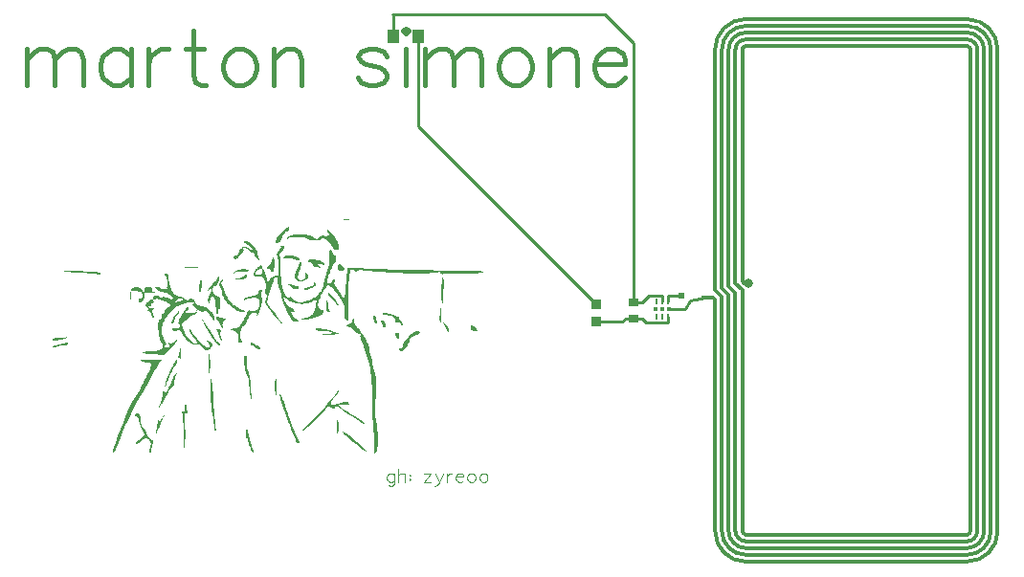
<source format=gtl>
G04 Layer: TopLayer*
G04 EasyEDA v6.5.47, 2024-12-07 11:12:44*
G04 625f1d84725144fd8e3cf26cc36712fa,1719c0b1cc1640c08589e1ebc8d41499,10*
G04 Gerber Generator version 0.2*
G04 Scale: 100 percent, Rotated: No, Reflected: No *
G04 Dimensions in millimeters *
G04 leading zeros omitted , absolute positions ,4 integer and 5 decimal *
%FSLAX45Y45*%
%MOMM*%

%AMMACRO1*21,1,$1,$2,0,0,$3*%
%ADD10C,0.4000*%
%ADD11C,0.1000*%
%ADD12C,0.2540*%
%ADD13C,0.3000*%
%ADD14R,0.7501X0.3000*%
%ADD15R,0.9000X0.8000*%
%ADD16R,1.0000X1.2500*%
%ADD17MACRO1,0.864X0.8065X0.0000*%
%ADD18R,0.8640X0.8065*%
%ADD19R,0.2800X0.5000*%
%ADD20R,0.4500X0.3000*%
%ADD21R,0.3000X0.3000*%
%ADD22C,0.8080*%
%ADD23C,0.6096*%
%ADD24C,0.0125*%

%LPD*%
G36*
X3714750Y4994910D02*
G01*
X3697681Y4994808D01*
X3673094Y4993995D01*
X3665880Y4993335D01*
X3662172Y4992573D01*
X3661765Y4992116D01*
X3662222Y4991709D01*
X3666185Y4990795D01*
X3674110Y4989830D01*
X3684270Y4989017D01*
X3695496Y4988407D01*
X3707384Y4988052D01*
X3725570Y4987950D01*
X3748481Y4988661D01*
X3758539Y4989372D01*
X3766565Y4990287D01*
X3770731Y4991252D01*
X3771341Y4991709D01*
X3771087Y4992116D01*
X3769969Y4992573D01*
X3765092Y4993335D01*
X3756914Y4993995D01*
X3731564Y4994808D01*
G37*
G36*
X3205276Y4929225D02*
G01*
X3201314Y4928463D01*
X3196336Y4926634D01*
X3190240Y4923790D01*
X3185414Y4920945D01*
X3180384Y4917643D01*
X3170072Y4909667D01*
X3159556Y4900269D01*
X3148990Y4889703D01*
X3138678Y4878324D01*
X3128772Y4866487D01*
X3119577Y4854397D01*
X3111296Y4842510D01*
X3104184Y4831029D01*
X3098393Y4820361D01*
X3096107Y4815382D01*
X3094278Y4810760D01*
X3092856Y4806442D01*
X3091942Y4802581D01*
X3091535Y4799076D01*
X3091688Y4796129D01*
X3092399Y4793640D01*
X3093720Y4791710D01*
X3096717Y4789271D01*
X3099968Y4787747D01*
X3103422Y4787036D01*
X3107080Y4787087D01*
X3110890Y4787950D01*
X3114751Y4789576D01*
X3118662Y4791862D01*
X3122625Y4794910D01*
X3126536Y4798517D01*
X3130346Y4802835D01*
X3134106Y4807712D01*
X3137662Y4813147D01*
X3141014Y4819142D01*
X3144164Y4825593D01*
X3147060Y4832553D01*
X3151682Y4845659D01*
X3154121Y4851196D01*
X3156813Y4856632D01*
X3159760Y4861814D01*
X3162909Y4866690D01*
X3166262Y4871262D01*
X3169716Y4875377D01*
X3173323Y4879086D01*
X3176930Y4882286D01*
X3180537Y4884928D01*
X3184144Y4886909D01*
X3192780Y4890008D01*
X3197555Y4892395D01*
X3201873Y4895342D01*
X3205632Y4898694D01*
X3208731Y4902454D01*
X3211118Y4906467D01*
X3212592Y4910632D01*
X3213100Y4914900D01*
X3212846Y4920386D01*
X3212033Y4924501D01*
X3210560Y4927295D01*
X3208324Y4928870D01*
G37*
G36*
X3548075Y4910429D02*
G01*
X3546551Y4909972D01*
X3545840Y4908550D01*
X3545128Y4902555D01*
X3546652Y4894884D01*
X3550310Y4886756D01*
X3556000Y4879340D01*
X3559657Y4874056D01*
X3561740Y4868976D01*
X3562451Y4864252D01*
X3561791Y4859985D01*
X3559911Y4856175D01*
X3556965Y4852974D01*
X3552951Y4850485D01*
X3548075Y4848758D01*
X3542436Y4847894D01*
X3536086Y4847996D01*
X3529126Y4849114D01*
X3517087Y4852771D01*
X3511905Y4853178D01*
X3506368Y4852619D01*
X3500577Y4851247D01*
X3494735Y4849063D01*
X3489045Y4846218D01*
X3483559Y4842713D01*
X3478529Y4838700D01*
X3473500Y4834331D01*
X3469030Y4830775D01*
X3465017Y4828032D01*
X3461308Y4826101D01*
X3457752Y4824984D01*
X3454247Y4824730D01*
X3450590Y4825288D01*
X3446627Y4826762D01*
X3442258Y4829048D01*
X3437331Y4832248D01*
X3421938Y4843627D01*
X3418281Y4845913D01*
X3414268Y4848098D01*
X3409899Y4850130D01*
X3400247Y4853787D01*
X3394964Y4855464D01*
X3383584Y4858359D01*
X3371392Y4860747D01*
X3358489Y4862677D01*
X3345027Y4864049D01*
X3331260Y4864963D01*
X3317240Y4865370D01*
X3303270Y4865268D01*
X3289452Y4864658D01*
X3275939Y4863592D01*
X3262934Y4862017D01*
X3250641Y4859934D01*
X3239211Y4857394D01*
X3228797Y4854397D01*
X3219551Y4850841D01*
X3211728Y4846878D01*
X3208375Y4844694D01*
X3205429Y4842408D01*
X3196285Y4833213D01*
X3191611Y4828235D01*
X3188970Y4824933D01*
X3188512Y4823307D01*
X3190189Y4823256D01*
X3194202Y4824780D01*
X3209290Y4832350D01*
X3213049Y4834026D01*
X3217418Y4835550D01*
X3222447Y4836871D01*
X3233978Y4839055D01*
X3247288Y4840579D01*
X3261817Y4841544D01*
X3277158Y4841849D01*
X3292856Y4841595D01*
X3308502Y4840782D01*
X3323590Y4839411D01*
X3337712Y4837531D01*
X3344265Y4836464D01*
X3356051Y4833874D01*
X3361182Y4832400D01*
X3365703Y4830826D01*
X3369614Y4829149D01*
X3372815Y4827320D01*
X3375304Y4825441D01*
X3378962Y4821275D01*
X3382314Y4819294D01*
X3386836Y4817465D01*
X3392373Y4815890D01*
X3398723Y4814468D01*
X3405835Y4813300D01*
X3421430Y4811572D01*
X3438042Y4810760D01*
X3454400Y4810861D01*
X3462070Y4811217D01*
X3469233Y4811877D01*
X3475685Y4812741D01*
X3481324Y4813858D01*
X3485997Y4815230D01*
X3489502Y4816856D01*
X3491737Y4818786D01*
X3492500Y4820920D01*
X3492855Y4823917D01*
X3493922Y4826304D01*
X3495598Y4828082D01*
X3497834Y4829251D01*
X3500628Y4829911D01*
X3503879Y4830013D01*
X3507587Y4829606D01*
X3511600Y4828794D01*
X3520541Y4825796D01*
X3530295Y4821224D01*
X3535324Y4818481D01*
X3545433Y4812030D01*
X3550462Y4808423D01*
X3560013Y4800549D01*
X3564483Y4796383D01*
X3568649Y4792065D01*
X3572459Y4787595D01*
X3575913Y4783124D01*
X3578910Y4778552D01*
X3584600Y4767630D01*
X3588054Y4761687D01*
X3591763Y4756099D01*
X3595624Y4750968D01*
X3599637Y4746193D01*
X3603802Y4741875D01*
X3608019Y4738014D01*
X3612286Y4734610D01*
X3616553Y4731715D01*
X3620770Y4729327D01*
X3624935Y4727448D01*
X3628948Y4726127D01*
X3632809Y4725314D01*
X3636518Y4725111D01*
X3639972Y4725517D01*
X3643172Y4726533D01*
X3646068Y4728210D01*
X3648608Y4730496D01*
X3650792Y4733442D01*
X3652520Y4737100D01*
X3653434Y4740300D01*
X3654044Y4743754D01*
X3654298Y4747564D01*
X3654196Y4751679D01*
X3653739Y4755997D01*
X3651910Y4765497D01*
X3648811Y4775911D01*
X3644493Y4787087D01*
X3639007Y4799025D01*
X3632403Y4811471D01*
X3624783Y4824425D01*
X3616096Y4837734D01*
X3606444Y4851247D01*
X3595878Y4864912D01*
X3584905Y4878476D01*
X3574440Y4890312D01*
X3569462Y4895392D01*
X3560470Y4903470D01*
X3556558Y4906416D01*
X3553155Y4908600D01*
X3550259Y4909921D01*
G37*
G36*
X2811322Y4808829D02*
G01*
X2809290Y4808677D01*
X2807919Y4808118D01*
X2807208Y4807254D01*
X2807157Y4805984D01*
X2807766Y4804410D01*
X2809036Y4802428D01*
X2813507Y4797450D01*
X2820619Y4791100D01*
X2830322Y4783328D01*
X2842615Y4774234D01*
X2871673Y4753660D01*
X2883154Y4744974D01*
X2891891Y4737709D01*
X2897886Y4731867D01*
X2899918Y4729530D01*
X2901238Y4727549D01*
X2901950Y4725924D01*
X2901950Y4724704D01*
X2901289Y4723892D01*
X2900019Y4723434D01*
X2898038Y4723384D01*
X2895396Y4723688D01*
X2892145Y4724400D01*
X2883662Y4727092D01*
X2872587Y4731359D01*
X2858922Y4737303D01*
X2843072Y4744720D01*
X2829661Y4750714D01*
X2819247Y4754575D01*
X2814929Y4755642D01*
X2811018Y4756099D01*
X2807512Y4755997D01*
X2804210Y4755286D01*
X2801061Y4753914D01*
X2798013Y4751933D01*
X2794914Y4749292D01*
X2791612Y4745990D01*
X2784297Y4737404D01*
X2780030Y4732020D01*
X2770886Y4718405D01*
X2766822Y4711700D01*
X2763215Y4705197D01*
X2760167Y4699101D01*
X2757881Y4693615D01*
X2756408Y4688890D01*
X2755900Y4685030D01*
X2754579Y4679340D01*
X2750972Y4675835D01*
X2745740Y4674666D01*
X2739390Y4676140D01*
X2732328Y4677156D01*
X2726690Y4674870D01*
X2722981Y4669688D01*
X2721610Y4662170D01*
X2722270Y4654905D01*
X2724150Y4648860D01*
X2726944Y4644644D01*
X2730500Y4643120D01*
X2733497Y4643628D01*
X2737154Y4645152D01*
X2741371Y4647539D01*
X2745994Y4650740D01*
X2751023Y4654651D01*
X2761792Y4664100D01*
X2772918Y4675174D01*
X2783789Y4687062D01*
X2793542Y4698949D01*
X2801569Y4710074D01*
X2804718Y4715154D01*
X2807106Y4719675D01*
X2808732Y4723688D01*
X2809494Y4726940D01*
X2809240Y4729480D01*
X2807919Y4734102D01*
X2807157Y4737811D01*
X2807106Y4740656D01*
X2807868Y4742535D01*
X2809544Y4743551D01*
X2812237Y4743602D01*
X2816098Y4742738D01*
X2821178Y4740960D01*
X2835554Y4734560D01*
X2856230Y4724400D01*
X2865069Y4719421D01*
X2874213Y4713274D01*
X2883509Y4706112D01*
X2892602Y4698187D01*
X2901238Y4689754D01*
X2909265Y4681016D01*
X2916377Y4672177D01*
X2922270Y4663440D01*
X2929585Y4651806D01*
X2935528Y4643577D01*
X2937967Y4640732D01*
X2940050Y4638700D01*
X2941828Y4637481D01*
X2943199Y4637125D01*
X2944266Y4637582D01*
X2944977Y4638852D01*
X2945333Y4640884D01*
X2945333Y4643780D01*
X2944977Y4647438D01*
X2943148Y4657191D01*
X2939948Y4670044D01*
X2932430Y4695190D01*
X2926791Y4709972D01*
X2920542Y4723790D01*
X2917240Y4730343D01*
X2910128Y4742688D01*
X2906369Y4748530D01*
X2902508Y4754067D01*
X2898444Y4759350D01*
X2890012Y4769053D01*
X2885592Y4773523D01*
X2881020Y4777740D01*
X2876346Y4781651D01*
X2871571Y4785258D01*
X2866644Y4788560D01*
X2861564Y4791608D01*
X2856433Y4794351D01*
X2851150Y4796790D01*
X2837230Y4802073D01*
X2825953Y4805832D01*
X2817317Y4808067D01*
X2813964Y4808626D01*
G37*
G36*
X3147872Y4766767D02*
G01*
X3142996Y4765548D01*
X3139541Y4763160D01*
X3138119Y4759553D01*
X3139846Y4752949D01*
X3139338Y4750054D01*
X3137865Y4746447D01*
X3135630Y4742180D01*
X3132683Y4737455D01*
X3129076Y4732375D01*
X3124962Y4727143D01*
X3115513Y4716068D01*
X3111398Y4710176D01*
X3108096Y4704334D01*
X3105607Y4698695D01*
X3104032Y4693412D01*
X3103422Y4688636D01*
X3103778Y4684522D01*
X3106115Y4679391D01*
X3107994Y4673295D01*
X3109823Y4664354D01*
X3111601Y4652924D01*
X3113278Y4639513D01*
X3114802Y4624425D01*
X3116173Y4608118D01*
X3117850Y4582160D01*
X3118561Y4555185D01*
X3118662Y4534560D01*
X3118408Y4526381D01*
X3117900Y4519472D01*
X3117088Y4513681D01*
X3115970Y4508957D01*
X3114446Y4505198D01*
X3112566Y4502251D01*
X3110280Y4500016D01*
X3107486Y4498390D01*
X3104235Y4497273D01*
X3100476Y4496562D01*
X3091180Y4495800D01*
X3086862Y4495241D01*
X3082290Y4494174D01*
X3077464Y4492650D01*
X3072485Y4490669D01*
X3067456Y4488332D01*
X3062427Y4485640D01*
X3057499Y4482642D01*
X3052724Y4479340D01*
X3048152Y4475784D01*
X3043885Y4472025D01*
X3039973Y4468114D01*
X3022447Y4446828D01*
X3019348Y4443577D01*
X3016910Y4441545D01*
X3015132Y4440732D01*
X3013913Y4441088D01*
X3013151Y4442612D01*
X3012795Y4445304D01*
X3013151Y4454144D01*
X3013710Y4460240D01*
X3013659Y4464253D01*
X3013151Y4468977D01*
X3012287Y4474311D01*
X3009544Y4486503D01*
X3005582Y4500219D01*
X3000654Y4514850D01*
X2995066Y4529836D01*
X2989072Y4544466D01*
X2982874Y4558233D01*
X2976676Y4570425D01*
X2970834Y4580534D01*
X2968091Y4584547D01*
X2965500Y4587849D01*
X2963113Y4590288D01*
X2960979Y4591812D01*
X2959100Y4592320D01*
X2957068Y4591710D01*
X2953867Y4589881D01*
X2949803Y4587036D01*
X2939592Y4578756D01*
X2933903Y4573574D01*
X2928061Y4567885D01*
X2922270Y4561840D01*
X2917596Y4556607D01*
X2913481Y4551426D01*
X2909874Y4546346D01*
X2906776Y4541316D01*
X2904185Y4536389D01*
X2902051Y4531563D01*
X2900476Y4526940D01*
X2899560Y4523232D01*
X2913583Y4523232D01*
X2914192Y4527397D01*
X2915818Y4531766D01*
X2918460Y4536440D01*
X2920746Y4539335D01*
X2923743Y4542332D01*
X2927299Y4545279D01*
X2931312Y4548174D01*
X2940050Y4553610D01*
X2948940Y4558030D01*
X2955036Y4559858D01*
X2960014Y4560519D01*
X2963976Y4559960D01*
X2967024Y4558030D01*
X2969260Y4554677D01*
X2970733Y4549800D01*
X2971546Y4543348D01*
X2971800Y4535170D01*
X2971495Y4527245D01*
X2970530Y4520590D01*
X2968853Y4515053D01*
X2966415Y4510735D01*
X2963113Y4507433D01*
X2958947Y4505147D01*
X2953816Y4503826D01*
X2947670Y4503420D01*
X2940710Y4503724D01*
X2934462Y4504537D01*
X2928975Y4505909D01*
X2924302Y4507738D01*
X2920390Y4510074D01*
X2917342Y4512767D01*
X2915158Y4515916D01*
X2913888Y4519422D01*
X2913583Y4523232D01*
X2899560Y4523232D01*
X2898749Y4518101D01*
X2898597Y4513986D01*
X2898952Y4510074D01*
X2899714Y4506417D01*
X2900984Y4503013D01*
X2902712Y4499914D01*
X2904896Y4497070D01*
X2907487Y4494580D01*
X2910535Y4492396D01*
X2914040Y4490567D01*
X2918002Y4489145D01*
X2922320Y4488078D01*
X2927096Y4487418D01*
X2932277Y4487214D01*
X2937865Y4487468D01*
X2950768Y4488942D01*
X2956864Y4489297D01*
X2962351Y4489145D01*
X2967177Y4488484D01*
X2971546Y4487316D01*
X2975457Y4485487D01*
X2979013Y4482998D01*
X2982315Y4479798D01*
X2985465Y4475835D01*
X2988513Y4471111D01*
X2991561Y4465472D01*
X2994660Y4458970D01*
X2996793Y4453890D01*
X2998673Y4448302D01*
X3000298Y4442256D01*
X3001721Y4435805D01*
X3002838Y4429150D01*
X3003702Y4422292D01*
X3004261Y4415383D01*
X3004515Y4408474D01*
X3004464Y4401616D01*
X3004108Y4395012D01*
X3003346Y4388713D01*
X3002280Y4382770D01*
X3001162Y4373930D01*
X3000603Y4365548D01*
X3000603Y4357827D01*
X3001162Y4350867D01*
X3002280Y4344771D01*
X3003905Y4339742D01*
X3005988Y4335830D01*
X3011525Y4330598D01*
X3013608Y4327448D01*
X3014827Y4323689D01*
X3015132Y4319270D01*
X3014573Y4314139D01*
X3013100Y4308246D01*
X3010712Y4301490D01*
X3005378Y4289044D01*
X3002483Y4280204D01*
X3001568Y4276039D01*
X3001060Y4271975D01*
X3001010Y4267962D01*
X3001314Y4263898D01*
X3002127Y4259732D01*
X3003346Y4255414D01*
X3005074Y4250893D01*
X3007309Y4246016D01*
X3013303Y4235196D01*
X3021482Y4222394D01*
X3030880Y4208780D01*
X3050184Y4182719D01*
X3065475Y4163161D01*
X3086049Y4138117D01*
X3105607Y4115612D01*
X3114649Y4105706D01*
X3123031Y4096918D01*
X3130499Y4089450D01*
X3136950Y4083507D01*
X3142234Y4079189D01*
X3146247Y4076750D01*
X3147669Y4076242D01*
X3148736Y4076242D01*
X3149396Y4076852D01*
X3149600Y4077970D01*
X3148685Y4081272D01*
X3145993Y4086402D01*
X3141726Y4093260D01*
X3135985Y4101642D01*
X3120796Y4122115D01*
X3101644Y4146499D01*
X3079750Y4173220D01*
X3068624Y4186478D01*
X3058160Y4199483D01*
X3048457Y4211980D01*
X3039770Y4223766D01*
X3032150Y4234637D01*
X3025698Y4244441D01*
X3020669Y4252925D01*
X3017062Y4259884D01*
X3015132Y4265168D01*
X3014827Y4267047D01*
X3014980Y4268470D01*
X3016504Y4271975D01*
X3021177Y4285183D01*
X3027680Y4304995D01*
X3043834Y4357319D01*
X3060598Y4414316D01*
X3070860Y4451350D01*
X3073044Y4458208D01*
X3075381Y4464405D01*
X3077870Y4469790D01*
X3080461Y4474514D01*
X3083102Y4478528D01*
X3085795Y4481779D01*
X3088487Y4484319D01*
X3091180Y4486198D01*
X3093872Y4487316D01*
X3096412Y4487722D01*
X3098901Y4487418D01*
X3101238Y4486351D01*
X3103372Y4484624D01*
X3105353Y4482185D01*
X3107131Y4479036D01*
X3108604Y4475175D01*
X3109823Y4470603D01*
X3110738Y4465320D01*
X3111296Y4459325D01*
X3111601Y4447082D01*
X3112414Y4435398D01*
X3113938Y4423410D01*
X3116173Y4411827D01*
X3119018Y4401362D01*
X3120593Y4396740D01*
X3122371Y4392625D01*
X3125825Y4385564D01*
X3129127Y4376623D01*
X3132429Y4365752D01*
X3135579Y4353509D01*
X3138474Y4340707D01*
X3140964Y4327956D01*
X3142691Y4316882D01*
X3144824Y4306214D01*
X3147822Y4294530D01*
X3151530Y4281982D01*
X3155950Y4268724D01*
X3160979Y4254957D01*
X3166516Y4240784D01*
X3172510Y4226407D01*
X3182112Y4204766D01*
X3188868Y4190492D01*
X3195777Y4176572D01*
X3202787Y4163110D01*
X3209798Y4150258D01*
X3216757Y4138269D01*
X3223514Y4127144D01*
X3230067Y4117187D01*
X3236315Y4108500D01*
X3242157Y4101185D01*
X3247542Y4095496D01*
X3250031Y4093260D01*
X3254552Y4090212D01*
X3256584Y4089450D01*
X3258413Y4089146D01*
X3260090Y4089400D01*
X3268472Y4092194D01*
X3277565Y4094632D01*
X3286150Y4096359D01*
X3295700Y4097375D01*
X3296818Y4098340D01*
X3296564Y4099915D01*
X3294989Y4101947D01*
X3292297Y4104386D01*
X3288487Y4107179D01*
X3283610Y4110278D01*
X3273602Y4115968D01*
X3269386Y4118813D01*
X3261207Y4125569D01*
X3253587Y4133342D01*
X3246678Y4141774D01*
X3240735Y4150360D01*
X3235960Y4158792D01*
X3234080Y4162755D01*
X3232556Y4166565D01*
X3231438Y4170121D01*
X3230727Y4173372D01*
X3230473Y4176268D01*
X3230727Y4178706D01*
X3231438Y4180738D01*
X3232708Y4182211D01*
X3234537Y4183176D01*
X3236925Y4183481D01*
X3239922Y4183176D01*
X3251453Y4179925D01*
X3256127Y4180992D01*
X3257702Y4185158D01*
X3256279Y4192270D01*
X3254400Y4196130D01*
X3251657Y4199991D01*
X3248253Y4203750D01*
X3244240Y4207357D01*
X3239719Y4210659D01*
X3234842Y4213504D01*
X3229762Y4215892D01*
X3224530Y4217670D01*
X3221329Y4218990D01*
X3217824Y4221073D01*
X3214166Y4223816D01*
X3210255Y4227169D01*
X3202127Y4235297D01*
X3193846Y4245051D01*
X3185769Y4255770D01*
X3178352Y4266946D01*
X3171901Y4278071D01*
X3166821Y4288485D01*
X3164890Y4293311D01*
X3163519Y4297781D01*
X3162604Y4301794D01*
X3162300Y4305300D01*
X3163214Y4306011D01*
X3165856Y4305452D01*
X3170072Y4303674D01*
X3182416Y4297070D01*
X3198774Y4287113D01*
X3212642Y4278172D01*
X3222498Y4272584D01*
X3232912Y4267606D01*
X3243935Y4263186D01*
X3255416Y4259376D01*
X3267303Y4256125D01*
X3279495Y4253484D01*
X3291941Y4251452D01*
X3304540Y4250029D01*
X3317240Y4249267D01*
X3329940Y4249115D01*
X3342589Y4249572D01*
X3355086Y4250690D01*
X3367328Y4252417D01*
X3379266Y4254804D01*
X3390849Y4257903D01*
X3401974Y4261612D01*
X3412490Y4266031D01*
X3417570Y4268470D01*
X3454400Y4288790D01*
X3446779Y4234180D01*
X3444341Y4220768D01*
X3441293Y4208322D01*
X3437686Y4196791D01*
X3433470Y4186123D01*
X3428593Y4176369D01*
X3423005Y4167378D01*
X3420008Y4163212D01*
X3413404Y4155490D01*
X3406038Y4148480D01*
X3402126Y4145279D01*
X3393643Y4139336D01*
X3384346Y4134154D01*
X3374288Y4129633D01*
X3363315Y4125722D01*
X3351529Y4122420D01*
X3308350Y4112260D01*
X3360521Y4110990D01*
X3371697Y4111650D01*
X3383787Y4113225D01*
X3396487Y4115612D01*
X3409594Y4118711D01*
X3422853Y4122420D01*
X3436010Y4126636D01*
X3448862Y4131310D01*
X3461156Y4136390D01*
X3472637Y4141724D01*
X3483051Y4147261D01*
X3492144Y4152900D01*
X3496157Y4155694D01*
X3502914Y4161332D01*
X3505555Y4164126D01*
X3507740Y4166870D01*
X3511550Y4172915D01*
X3514344Y4179265D01*
X3516172Y4185412D01*
X3516934Y4190847D01*
X3516629Y4195013D01*
X3515258Y4197400D01*
X3512718Y4197502D01*
X3506470Y4192727D01*
X3503574Y4191609D01*
X3500424Y4191457D01*
X3497122Y4192117D01*
X3493668Y4193590D01*
X3490163Y4195775D01*
X3486708Y4198569D01*
X3483305Y4201972D01*
X3480054Y4205833D01*
X3477006Y4210100D01*
X3474262Y4214723D01*
X3471875Y4219651D01*
X3469894Y4224731D01*
X3468370Y4229963D01*
X3467455Y4235246D01*
X3467100Y4240530D01*
X3467303Y4244848D01*
X3467862Y4249572D01*
X3468776Y4254754D01*
X3471621Y4266285D01*
X3475583Y4279036D01*
X3480562Y4292701D01*
X3486404Y4306976D01*
X3492957Y4321505D01*
X3499967Y4336084D01*
X3507333Y4350308D01*
X3514902Y4363872D01*
X3522472Y4376470D01*
X3529939Y4387799D01*
X3537051Y4397502D01*
X3543706Y4405325D01*
X3546856Y4408474D01*
X3549751Y4410964D01*
X3552494Y4412843D01*
X3554984Y4414012D01*
X3557270Y4414520D01*
X3559708Y4414266D01*
X3562451Y4413554D01*
X3565398Y4412386D01*
X3568547Y4410811D01*
X3575456Y4406442D01*
X3583025Y4400550D01*
X3591204Y4393336D01*
X3599789Y4384954D01*
X3608679Y4375505D01*
X3617772Y4365193D01*
X3626967Y4354220D01*
X3636060Y4342638D01*
X3645001Y4330598D01*
X3653586Y4318355D01*
X3661765Y4306011D01*
X3669436Y4293717D01*
X3676345Y4281627D01*
X3682492Y4269892D01*
X3687724Y4258716D01*
X3691890Y4248150D01*
X3694023Y4240987D01*
X3697579Y4225950D01*
X3700170Y4210608D01*
X3701745Y4195724D01*
X3702151Y4188714D01*
X3702253Y4182059D01*
X3702050Y4175963D01*
X3701592Y4170426D01*
X3699662Y4160215D01*
X3699103Y4154627D01*
X3699154Y4148886D01*
X3699662Y4143095D01*
X3700678Y4137304D01*
X3702100Y4131614D01*
X3703980Y4126077D01*
X3706164Y4120845D01*
X3708704Y4115866D01*
X3711549Y4111345D01*
X3714648Y4107281D01*
X3717950Y4103827D01*
X3721404Y4100931D01*
X3725011Y4098798D01*
X3728720Y4097477D01*
X3732529Y4097020D01*
X3733241Y4097426D01*
X3733952Y4098594D01*
X3735120Y4103217D01*
X3736086Y4110583D01*
X3736797Y4120489D01*
X3737305Y4132579D01*
X3737610Y4162501D01*
X3737000Y4198264D01*
X3735933Y4229201D01*
X3735374Y4253941D01*
X3735120Y4280255D01*
X3735273Y4328414D01*
X3735781Y4355896D01*
X3736543Y4382566D01*
X3737610Y4407712D01*
X3738981Y4430776D01*
X3741267Y4459935D01*
X3743401Y4483811D01*
X3745484Y4503318D01*
X3747668Y4518964D01*
X3748836Y4525416D01*
X3751427Y4535982D01*
X3752850Y4540148D01*
X3754424Y4543653D01*
X3756101Y4546549D01*
X3757980Y4548886D01*
X3759962Y4550765D01*
X3762197Y4552137D01*
X3764584Y4553102D01*
X3767226Y4553762D01*
X3770071Y4554118D01*
X3773170Y4554220D01*
X3782314Y4552899D01*
X3789984Y4549444D01*
X3795318Y4544568D01*
X3797300Y4538980D01*
X3797808Y4531817D01*
X3799535Y4529277D01*
X3802634Y4531309D01*
X3808374Y4539030D01*
X3810914Y4541316D01*
X3814521Y4543196D01*
X3819245Y4544669D01*
X3825290Y4545685D01*
X3832707Y4546346D01*
X3841597Y4546600D01*
X3852164Y4546498D01*
X3878630Y4545076D01*
X3913073Y4542129D01*
X3989476Y4534255D01*
X4018381Y4531563D01*
X4048607Y4529124D01*
X4079849Y4526889D01*
X4119930Y4524451D01*
X4152595Y4522774D01*
X4193590Y4520996D01*
X4242612Y4519371D01*
X4290466Y4518304D01*
X4321403Y4517948D01*
X4365599Y4517796D01*
X4393234Y4518050D01*
X4443069Y4519269D01*
X4464761Y4520285D01*
X4483963Y4521555D01*
X4500422Y4523130D01*
X4513884Y4524908D01*
X4524095Y4526991D01*
X4527905Y4528108D01*
X4530801Y4529328D01*
X4532782Y4530598D01*
X4533798Y4531918D01*
X4533900Y4532630D01*
X4535779Y4537151D01*
X4539437Y4537557D01*
X4544771Y4533900D01*
X4551680Y4526280D01*
X4558690Y4518050D01*
X4565650Y4512614D01*
X4571695Y4510582D01*
X4576622Y4512716D01*
X4579975Y4513478D01*
X4585462Y4514240D01*
X4602226Y4515561D01*
X4625797Y4516678D01*
X4655108Y4517542D01*
X4689043Y4518202D01*
X4726482Y4518558D01*
X4804562Y4518456D01*
X4839614Y4518863D01*
X4870297Y4519777D01*
X4895443Y4521098D01*
X4914036Y4522774D01*
X4920538Y4523689D01*
X4925009Y4524705D01*
X4927295Y4525721D01*
X4927600Y4526280D01*
X4927600Y4529328D01*
X4927396Y4530699D01*
X4926584Y4532325D01*
X4924856Y4533849D01*
X4922723Y4534865D01*
X4918557Y4536084D01*
X4912563Y4537202D01*
X4904333Y4538167D01*
X4893614Y4539081D01*
X4880000Y4539894D01*
X4842865Y4541266D01*
X4790236Y4542485D01*
X4627676Y4544669D01*
X4357014Y4547666D01*
X4279747Y4548835D01*
X4136339Y4551730D01*
X4028948Y4554677D01*
X3984955Y4556201D01*
X3948734Y4557776D01*
X3911142Y4560011D01*
X3835908Y4567478D01*
X3818788Y4568901D01*
X3805631Y4569561D01*
X3793286Y4569510D01*
X3724910Y4566920D01*
X3702050Y4281170D01*
X3670198Y4340250D01*
X3661765Y4354322D01*
X3653028Y4367834D01*
X3644493Y4380179D01*
X3636619Y4390745D01*
X3629863Y4398873D01*
X3627120Y4401820D01*
X3622700Y4405477D01*
X3619042Y4409744D01*
X3616096Y4414520D01*
X3613962Y4419600D01*
X3612540Y4424934D01*
X3611930Y4430369D01*
X3612134Y4435856D01*
X3613150Y4441190D01*
X3614775Y4447692D01*
X3615232Y4453229D01*
X3614724Y4457700D01*
X3613404Y4461154D01*
X3611321Y4463491D01*
X3608679Y4464659D01*
X3605682Y4464710D01*
X3602329Y4463592D01*
X3598875Y4461205D01*
X3595370Y4457547D01*
X3592068Y4452569D01*
X3589020Y4446270D01*
X3584854Y4439005D01*
X3578555Y4432960D01*
X3570782Y4428744D01*
X3562350Y4427220D01*
X3557219Y4427626D01*
X3553256Y4428845D01*
X3550361Y4431080D01*
X3548532Y4434535D01*
X3547719Y4439259D01*
X3547872Y4445457D01*
X3548938Y4453229D01*
X3550920Y4462780D01*
X3555542Y4479848D01*
X3560470Y4496612D01*
X3565601Y4512919D01*
X3570935Y4528515D01*
X3576320Y4543348D01*
X3581704Y4557064D01*
X3587089Y4569612D01*
X3592322Y4580737D01*
X3597351Y4590288D01*
X3602126Y4598060D01*
X3606596Y4603902D01*
X3608628Y4605985D01*
X3613810Y4610049D01*
X3616756Y4613554D01*
X3619347Y4617974D01*
X3621582Y4623104D01*
X3623360Y4628845D01*
X3624732Y4635042D01*
X3625545Y4641545D01*
X3625850Y4648200D01*
X3625900Y4660239D01*
X3624427Y4669129D01*
X3621735Y4674260D01*
X3618229Y4674870D01*
X3616451Y4674260D01*
X3614115Y4675124D01*
X3611321Y4677359D01*
X3608222Y4680762D01*
X3604971Y4685131D01*
X3601618Y4690414D01*
X3598367Y4696358D01*
X3590950Y4712106D01*
X3587089Y4719116D01*
X3583686Y4723942D01*
X3580587Y4726635D01*
X3577691Y4727295D01*
X3574846Y4726025D01*
X3571900Y4722926D01*
X3567176Y4715408D01*
X3565855Y4712004D01*
X3564686Y4707940D01*
X3562908Y4697984D01*
X3561994Y4686300D01*
X3561892Y4673396D01*
X3562807Y4659985D01*
X3564280Y4648606D01*
X3565144Y4638852D01*
X3565296Y4628489D01*
X3564737Y4617466D01*
X3563518Y4605832D01*
X3561638Y4593539D01*
X3559048Y4580636D01*
X3555746Y4567021D01*
X3551783Y4552746D01*
X3547160Y4537811D01*
X3539388Y4513935D01*
X3529990Y4483201D01*
X3525977Y4469282D01*
X3520084Y4446320D01*
X3518458Y4437989D01*
X3517900Y4432300D01*
X3517747Y4427626D01*
X3517290Y4422800D01*
X3515410Y4412945D01*
X3514090Y4407916D01*
X3510584Y4397705D01*
X3506012Y4387392D01*
X3500526Y4376978D01*
X3494074Y4366666D01*
X3486861Y4356506D01*
X3483000Y4351477D01*
X3474669Y4341723D01*
X3465677Y4332274D01*
X3456127Y4323334D01*
X3446119Y4314952D01*
X3435654Y4307230D01*
X3424783Y4300220D01*
X3413658Y4294022D01*
X3402329Y4288790D01*
X3386480Y4282236D01*
X3371646Y4276648D01*
X3357676Y4272076D01*
X3344621Y4268520D01*
X3332327Y4265980D01*
X3320846Y4264406D01*
X3310077Y4263847D01*
X3304997Y4263948D01*
X3295243Y4264863D01*
X3286099Y4266793D01*
X3281730Y4268114D01*
X3277514Y4269689D01*
X3269437Y4273550D01*
X3265576Y4275836D01*
X3258210Y4281220D01*
X3254654Y4284218D01*
X3244443Y4294022D01*
X3238246Y4299559D01*
X3232708Y4304131D01*
X3227781Y4307636D01*
X3223615Y4310176D01*
X3220262Y4311650D01*
X3217773Y4312056D01*
X3216198Y4311396D01*
X3215640Y4309668D01*
X3216198Y4306824D01*
X3217875Y4302810D01*
X3220720Y4297680D01*
X3223158Y4292193D01*
X3221380Y4290872D01*
X3215741Y4293565D01*
X3206750Y4300220D01*
X3200349Y4305808D01*
X3194253Y4311853D01*
X3188462Y4318304D01*
X3183026Y4325264D01*
X3177895Y4332732D01*
X3173120Y4340707D01*
X3168599Y4349191D01*
X3164433Y4358233D01*
X3160572Y4367834D01*
X3157016Y4378045D01*
X3153714Y4388815D01*
X3150768Y4400194D01*
X3148076Y4412234D01*
X3145688Y4424883D01*
X3143605Y4438243D01*
X3141827Y4452264D01*
X3140303Y4466996D01*
X3139084Y4482388D01*
X3138119Y4498594D01*
X3137458Y4515510D01*
X3137052Y4533188D01*
X3136747Y4573219D01*
X3136290Y4593437D01*
X3135579Y4612132D01*
X3134614Y4629099D01*
X3133394Y4644085D01*
X3131972Y4656836D01*
X3130296Y4667148D01*
X3128467Y4674819D01*
X3127451Y4677562D01*
X3126384Y4679594D01*
X3125317Y4680813D01*
X3122523Y4681880D01*
X3122218Y4683658D01*
X3123133Y4686554D01*
X3125317Y4690414D01*
X3128619Y4695088D01*
X3132937Y4700524D01*
X3138271Y4706518D01*
X3150819Y4719726D01*
X3156305Y4726533D01*
X3160979Y4733239D01*
X3164687Y4739640D01*
X3167380Y4745583D01*
X3169005Y4750816D01*
X3169412Y4755286D01*
X3168650Y4758690D01*
X3164535Y4762754D01*
X3159252Y4765395D01*
X3153511Y4766767D01*
G37*
G36*
X3210864Y4679645D02*
G01*
X3204616Y4679492D01*
X3198622Y4678984D01*
X3192983Y4678172D01*
X3187598Y4677054D01*
X3182569Y4675581D01*
X3177946Y4673803D01*
X3173679Y4671720D01*
X3169869Y4669282D01*
X3166465Y4666538D01*
X3163570Y4663440D01*
X3160014Y4658766D01*
X3157931Y4655210D01*
X3157474Y4652670D01*
X3158642Y4651044D01*
X3161538Y4650282D01*
X3166262Y4650232D01*
X3172815Y4650841D01*
X3181350Y4652010D01*
X3185769Y4652822D01*
X3190748Y4653280D01*
X3196234Y4653483D01*
X3202025Y4653432D01*
X3214522Y4652467D01*
X3227527Y4650587D01*
X3240430Y4647844D01*
X3246577Y4646218D01*
X3260242Y4641951D01*
X3267608Y4640072D01*
X3274415Y4638598D01*
X3280765Y4637582D01*
X3286506Y4637024D01*
X3291687Y4636820D01*
X3296259Y4637024D01*
X3300120Y4637582D01*
X3303320Y4638446D01*
X3305810Y4639614D01*
X3307537Y4641088D01*
X3308451Y4642815D01*
X3308502Y4644796D01*
X3307740Y4646980D01*
X3306064Y4649368D01*
X3303422Y4651959D01*
X3299866Y4654651D01*
X3295243Y4657496D01*
X3289655Y4660442D01*
X3282950Y4663440D01*
X3275329Y4666538D01*
X3267760Y4669282D01*
X3260191Y4671720D01*
X3252724Y4673803D01*
X3245358Y4675581D01*
X3238144Y4677054D01*
X3231032Y4678172D01*
X3224123Y4678984D01*
X3217367Y4679492D01*
G37*
G36*
X3073654Y4661204D02*
G01*
X3072130Y4660900D01*
X3067659Y4656734D01*
X3064052Y4650587D01*
X3061614Y4643221D01*
X3060192Y4631283D01*
X3058668Y4626406D01*
X3056280Y4620971D01*
X3053080Y4615180D01*
X3049168Y4609134D01*
X3044647Y4602988D01*
X3039567Y4596942D01*
X3034030Y4591050D01*
X3008630Y4565650D01*
X3034030Y4558030D01*
X3043428Y4554524D01*
X3050235Y4550105D01*
X3053689Y4545177D01*
X3053080Y4540250D01*
X3051810Y4535779D01*
X3053384Y4532172D01*
X3057347Y4529734D01*
X3063240Y4528820D01*
X3065983Y4529277D01*
X3068421Y4530648D01*
X3070656Y4532934D01*
X3072638Y4536186D01*
X3074416Y4540453D01*
X3075940Y4545634D01*
X3077260Y4551883D01*
X3078378Y4559096D01*
X3080054Y4576724D01*
X3081020Y4598670D01*
X3081223Y4616754D01*
X3080715Y4632604D01*
X3079445Y4645507D01*
X3078581Y4650689D01*
X3077514Y4654905D01*
X3076397Y4658156D01*
X3075076Y4660239D01*
G37*
G36*
X3414064Y4640986D02*
G01*
X3407105Y4640884D01*
X3400755Y4640529D01*
X3395065Y4639868D01*
X3390137Y4638954D01*
X3385972Y4637786D01*
X3382670Y4636363D01*
X3380232Y4634636D01*
X3378708Y4632655D01*
X3378200Y4630420D01*
X3379724Y4625746D01*
X3383940Y4621682D01*
X3389985Y4618786D01*
X3397250Y4617720D01*
X3404514Y4616196D01*
X3410559Y4611979D01*
X3414776Y4605934D01*
X3417671Y4591405D01*
X3421379Y4585360D01*
X3427018Y4581144D01*
X3434079Y4579620D01*
X3438296Y4579467D01*
X3448456Y4578197D01*
X3459835Y4576064D01*
X3470960Y4573422D01*
X3482644Y4570018D01*
X3487369Y4568850D01*
X3490163Y4568596D01*
X3490925Y4569460D01*
X3489655Y4571492D01*
X3486353Y4574844D01*
X3463493Y4594606D01*
X3460191Y4597755D01*
X3458057Y4600244D01*
X3457244Y4602073D01*
X3457752Y4603292D01*
X3459632Y4603851D01*
X3462985Y4603851D01*
X3467912Y4603292D01*
X3482594Y4600651D01*
X3501593Y4596638D01*
X3515461Y4593996D01*
X3520338Y4593386D01*
X3523996Y4593285D01*
X3526485Y4593742D01*
X3527856Y4594758D01*
X3528161Y4596333D01*
X3527501Y4598466D01*
X3525977Y4601311D01*
X3520440Y4608830D01*
X3516223Y4613097D01*
X3511346Y4617262D01*
X3505911Y4621225D01*
X3500120Y4624882D01*
X3494074Y4628083D01*
X3487928Y4630775D01*
X3481882Y4632858D01*
X3475990Y4634230D01*
X3456482Y4637481D01*
X3438194Y4639716D01*
X3429660Y4640427D01*
G37*
G36*
X3311042Y4627270D02*
G01*
X3307638Y4624374D01*
X3304540Y4617720D01*
X3301898Y4607915D01*
X3297986Y4596079D01*
X3293059Y4582769D01*
X3287420Y4568494D01*
X3281273Y4553915D01*
X3268573Y4525873D01*
X3262629Y4513580D01*
X3259937Y4507484D01*
X3258565Y4501540D01*
X3258515Y4495698D01*
X3259785Y4489754D01*
X3262325Y4483760D01*
X3266186Y4477512D01*
X3271367Y4470958D01*
X3277870Y4464050D01*
X3283762Y4458208D01*
X3288944Y4453432D01*
X3293618Y4449673D01*
X3297936Y4446930D01*
X3302203Y4445152D01*
X3306622Y4444339D01*
X3311347Y4444542D01*
X3316630Y4445609D01*
X3322675Y4447641D01*
X3329736Y4450537D01*
X3347720Y4458970D01*
X3363569Y4467047D01*
X3369614Y4470603D01*
X3374542Y4473905D01*
X3378301Y4477156D01*
X3381044Y4480407D01*
X3382772Y4483709D01*
X3383584Y4487214D01*
X3383432Y4490923D01*
X3382467Y4495038D01*
X3380689Y4499610D01*
X3378200Y4504690D01*
X3374136Y4511700D01*
X3370224Y4517491D01*
X3366566Y4522012D01*
X3363264Y4525314D01*
X3360267Y4527397D01*
X3357727Y4528159D01*
X3355695Y4527702D01*
X3354222Y4525975D01*
X3353358Y4522927D01*
X3353257Y4518558D01*
X3353866Y4512919D01*
X3356305Y4501235D01*
X3356457Y4496562D01*
X3356000Y4491990D01*
X3354882Y4487570D01*
X3353155Y4483354D01*
X3350920Y4479340D01*
X3348228Y4475581D01*
X3345129Y4472076D01*
X3341674Y4468926D01*
X3337864Y4466132D01*
X3333851Y4463694D01*
X3329635Y4461713D01*
X3325317Y4460189D01*
X3320846Y4459122D01*
X3316427Y4458614D01*
X3311956Y4458716D01*
X3307638Y4459376D01*
X3303422Y4460646D01*
X3299409Y4462627D01*
X3295650Y4465320D01*
X3293211Y4467504D01*
X3291128Y4469790D01*
X3289401Y4472279D01*
X3288080Y4474921D01*
X3287115Y4477918D01*
X3286556Y4481169D01*
X3286404Y4484878D01*
X3286607Y4488992D01*
X3287217Y4493564D01*
X3288233Y4498695D01*
X3291535Y4510836D01*
X3296513Y4525822D01*
X3303270Y4544060D01*
X3309061Y4561687D01*
X3313734Y4578553D01*
X3317087Y4593742D01*
X3319068Y4606544D01*
X3319526Y4611725D01*
X3319576Y4616043D01*
X3319272Y4619345D01*
X3318510Y4621530D01*
X3314700Y4626305D01*
G37*
G36*
X3656329Y4602886D02*
G01*
X3653790Y4602784D01*
X3651605Y4601921D01*
X3649726Y4600244D01*
X3648201Y4597755D01*
X3646982Y4594453D01*
X3646017Y4590389D01*
X3645408Y4585462D01*
X3645001Y4579772D01*
X3644900Y4573270D01*
X3645204Y4565345D01*
X3646170Y4558690D01*
X3647795Y4553153D01*
X3650132Y4548835D01*
X3653282Y4545533D01*
X3657244Y4543247D01*
X3662019Y4541926D01*
X3667760Y4541520D01*
X3676345Y4541824D01*
X3683609Y4542739D01*
X3689654Y4544263D01*
X3694379Y4546346D01*
X3697833Y4548987D01*
X3699967Y4552137D01*
X3700830Y4555794D01*
X3700424Y4559960D01*
X3698646Y4564583D01*
X3695598Y4569612D01*
X3691229Y4575048D01*
X3680053Y4586427D01*
X3675024Y4591202D01*
X3670452Y4595114D01*
X3666337Y4598263D01*
X3662629Y4600600D01*
X3659276Y4602124D01*
G37*
G36*
X2359660Y4578350D02*
G01*
X2340406Y4578146D01*
X2322626Y4577486D01*
X2307132Y4576470D01*
X2294636Y4574946D01*
X2289810Y4574082D01*
X2286101Y4573066D01*
X2283510Y4571949D01*
X2282190Y4570730D01*
X2281885Y4569663D01*
X2282596Y4568698D01*
X2284222Y4567885D01*
X2286660Y4567123D01*
X2293874Y4565904D01*
X2303678Y4565142D01*
X2315565Y4564735D01*
X2329027Y4564684D01*
X2343505Y4565040D01*
X2358491Y4565751D01*
X2373426Y4566818D01*
X2387854Y4568190D01*
X2401214Y4569917D01*
X2413000Y4572000D01*
X2414828Y4572609D01*
X2415286Y4573270D01*
X2414473Y4573879D01*
X2412441Y4574489D01*
X2404922Y4575657D01*
X2393238Y4576724D01*
X2377998Y4577638D01*
G37*
G36*
X2815336Y4555896D02*
G01*
X2802890Y4555490D01*
X2789936Y4554270D01*
X2776880Y4552340D01*
X2764383Y4549698D01*
X2758440Y4548124D01*
X2747568Y4544466D01*
X2742793Y4542383D01*
X2738475Y4540148D01*
X2734767Y4537811D01*
X2731617Y4535271D01*
X2729230Y4532630D01*
X2722067Y4522317D01*
X2720289Y4519320D01*
X2719679Y4517694D01*
X2720289Y4517390D01*
X2722067Y4518355D01*
X2731820Y4525873D01*
X2735173Y4527753D01*
X2739186Y4529429D01*
X2743758Y4530852D01*
X2748889Y4532020D01*
X2754477Y4532934D01*
X2760472Y4533595D01*
X2766771Y4534001D01*
X2773324Y4534103D01*
X2787040Y4533442D01*
X2804210Y4531512D01*
X2813812Y4530953D01*
X2822600Y4531004D01*
X2830525Y4531664D01*
X2837332Y4532934D01*
X2842920Y4534763D01*
X2847187Y4537202D01*
X2849880Y4540250D01*
X2851150Y4542840D01*
X2851454Y4545177D01*
X2850845Y4547311D01*
X2849372Y4549140D01*
X2847187Y4550765D01*
X2844241Y4552188D01*
X2840685Y4553356D01*
X2831846Y4555032D01*
X2821178Y4555845D01*
G37*
G36*
X1264818Y4539132D02*
G01*
X1244396Y4538878D01*
X1229614Y4538319D01*
X1224635Y4537862D01*
X1221486Y4537354D01*
X1220317Y4536795D01*
X1220470Y4536440D01*
X1222451Y4535728D01*
X1226972Y4534865D01*
X1243025Y4532833D01*
X1267002Y4530394D01*
X1297432Y4527804D01*
X1332788Y4525111D01*
X1371600Y4522470D01*
X1410411Y4520387D01*
X1445869Y4517999D01*
X1476552Y4515510D01*
X1500936Y4512970D01*
X1517700Y4510582D01*
X1522730Y4509516D01*
X1525270Y4508500D01*
X1529486Y4507534D01*
X1534160Y4508347D01*
X1538833Y4510836D01*
X1543050Y4514850D01*
X1543405Y4516729D01*
X1542592Y4518558D01*
X1540713Y4520285D01*
X1537716Y4522012D01*
X1533804Y4523638D01*
X1528927Y4525162D01*
X1523187Y4526635D01*
X1509318Y4529328D01*
X1492605Y4531614D01*
X1483360Y4532630D01*
X1453896Y4534255D01*
X1422349Y4535678D01*
X1365351Y4537659D01*
X1325930Y4538573D01*
X1296670Y4538980D01*
G37*
G36*
X2825902Y4511040D02*
G01*
X2819654Y4507230D01*
X2809087Y4495038D01*
X2804007Y4490872D01*
X2798013Y4487113D01*
X2791307Y4483912D01*
X2784043Y4481169D01*
X2776423Y4479086D01*
X2768701Y4477562D01*
X2760980Y4476750D01*
X2750464Y4476648D01*
X2742742Y4476242D01*
X2737713Y4475530D01*
X2735275Y4474514D01*
X2735326Y4473143D01*
X2737764Y4471416D01*
X2742539Y4469231D01*
X2754579Y4464761D01*
X2759811Y4463389D01*
X2765247Y4462526D01*
X2770784Y4462018D01*
X2776372Y4461916D01*
X2781960Y4462221D01*
X2787548Y4462881D01*
X2793085Y4463846D01*
X2798521Y4465167D01*
X2803804Y4466742D01*
X2808884Y4468622D01*
X2813710Y4470704D01*
X2818231Y4473041D01*
X2822397Y4475581D01*
X2826207Y4478274D01*
X2829610Y4481169D01*
X2832506Y4484166D01*
X2834894Y4487316D01*
X2836773Y4490516D01*
X2837992Y4493818D01*
X2838551Y4497171D01*
X2838450Y4500524D01*
X2837586Y4503877D01*
X2835910Y4507230D01*
X2831439Y4511040D01*
G37*
G36*
X2125980Y4516120D02*
G01*
X2116937Y4515154D01*
X2112670Y4512310D01*
X2113127Y4507534D01*
X2118360Y4500880D01*
X2120950Y4496917D01*
X2123389Y4492244D01*
X2125726Y4487011D01*
X2129790Y4475226D01*
X2133041Y4462272D01*
X2135479Y4448911D01*
X2136902Y4435906D01*
X2137206Y4429760D01*
X2137206Y4423968D01*
X2136952Y4418634D01*
X2136394Y4413910D01*
X2135530Y4409795D01*
X2134311Y4406442D01*
X2132736Y4403953D01*
X2130806Y4402378D01*
X2124659Y4400753D01*
X2124405Y4397857D01*
X2127453Y4393793D01*
X2137816Y4386072D01*
X2139950Y4383633D01*
X2139950Y4381754D01*
X2137714Y4380382D01*
X2133244Y4379569D01*
X2126437Y4379315D01*
X2117293Y4379518D01*
X2096516Y4380941D01*
X2088286Y4382058D01*
X2081123Y4383532D01*
X2075180Y4385310D01*
X2070709Y4387342D01*
X2067814Y4389526D01*
X2066696Y4391812D01*
X2067560Y4394200D01*
X2068575Y4398213D01*
X2066289Y4400397D01*
X2061108Y4400448D01*
X2053589Y4398010D01*
X2045157Y4396333D01*
X2037384Y4397044D01*
X2031085Y4400143D01*
X2026920Y4405630D01*
X2024329Y4412081D01*
X2022297Y4414215D01*
X2021027Y4412081D01*
X2020570Y4405630D01*
X2020773Y4402480D01*
X2021687Y4399178D01*
X2023262Y4395724D01*
X2025497Y4392168D01*
X2028291Y4388510D01*
X2031593Y4384852D01*
X2035352Y4381246D01*
X2039569Y4377639D01*
X2048967Y4370730D01*
X2054098Y4367428D01*
X2064918Y4361535D01*
X2076094Y4356709D01*
X2081733Y4354728D01*
X2087321Y4353153D01*
X2092756Y4351985D01*
X2098040Y4351274D01*
X2108250Y4350715D01*
X2113686Y4349750D01*
X2119376Y4348276D01*
X2125218Y4346295D01*
X2131110Y4343857D01*
X2137054Y4341063D01*
X2142947Y4337913D01*
X2154224Y4330852D01*
X2159457Y4327042D01*
X2164384Y4323130D01*
X2168855Y4319219D01*
X2172868Y4315256D01*
X2176272Y4311396D01*
X2179015Y4307636D01*
X2181047Y4304030D01*
X2182317Y4300677D01*
X2182723Y4297629D01*
X2182164Y4294936D01*
X2180590Y4292600D01*
X2178100Y4291076D01*
X2174595Y4290212D01*
X2170277Y4290110D01*
X2165197Y4290720D01*
X2159609Y4291990D01*
X2153615Y4294022D01*
X2147468Y4296765D01*
X2141220Y4300220D01*
X2134362Y4303318D01*
X2127199Y4305909D01*
X2120036Y4307941D01*
X2112975Y4309414D01*
X2106269Y4310329D01*
X2100122Y4310583D01*
X2094788Y4310176D01*
X2082495Y4307179D01*
X2074722Y4307230D01*
X2068118Y4309110D01*
X2063750Y4312920D01*
X2061006Y4316425D01*
X2057654Y4319320D01*
X2053742Y4321606D01*
X2049475Y4323334D01*
X2044852Y4324502D01*
X2040077Y4325112D01*
X2035251Y4325213D01*
X2030425Y4324807D01*
X2025751Y4323943D01*
X2021332Y4322572D01*
X2017318Y4320743D01*
X2013762Y4318457D01*
X2010765Y4315764D01*
X2008530Y4312666D01*
X2007107Y4309160D01*
X2006600Y4305300D01*
X2006955Y4300118D01*
X2008124Y4295952D01*
X2010105Y4292854D01*
X2012950Y4290720D01*
X2016760Y4289501D01*
X2021586Y4289247D01*
X2027529Y4289856D01*
X2038096Y4292041D01*
X2042312Y4292244D01*
X2047189Y4291939D01*
X2052574Y4291279D01*
X2058466Y4290161D01*
X2071268Y4286910D01*
X2085086Y4282490D01*
X2099259Y4277106D01*
X2106320Y4274210D01*
X2119884Y4267911D01*
X2130799Y4262272D01*
X2197760Y4262272D01*
X2198065Y4264253D01*
X2200046Y4267555D01*
X2208530Y4278630D01*
X2212390Y4282744D01*
X2216759Y4286402D01*
X2221585Y4289704D01*
X2226665Y4292498D01*
X2231999Y4294936D01*
X2237384Y4296867D01*
X2242769Y4298289D01*
X2248052Y4299254D01*
X2253132Y4299712D01*
X2257806Y4299661D01*
X2262124Y4299051D01*
X2265883Y4297934D01*
X2268931Y4296206D01*
X2271318Y4293920D01*
X2272792Y4291025D01*
X2273300Y4287520D01*
X2271928Y4282846D01*
X2268220Y4278782D01*
X2262581Y4275886D01*
X2255520Y4274820D01*
X2251303Y4274667D01*
X2241143Y4273346D01*
X2229764Y4270959D01*
X2224074Y4269486D01*
X2206955Y4263491D01*
X2202078Y4262018D01*
X2199030Y4261561D01*
X2197760Y4262272D01*
X2130799Y4262272D01*
X2138019Y4258157D01*
X2143150Y4254906D01*
X2147671Y4251706D01*
X2151532Y4248658D01*
X2154682Y4245711D01*
X2157018Y4242917D01*
X2158492Y4240326D01*
X2159000Y4237990D01*
X2157018Y4233316D01*
X2151532Y4227372D01*
X2143455Y4220667D01*
X2128520Y4210253D01*
X2123744Y4206189D01*
X2119426Y4201769D01*
X2115667Y4197197D01*
X2112568Y4192524D01*
X2110181Y4187951D01*
X2108708Y4183583D01*
X2107133Y4172305D01*
X2104237Y4166260D01*
X2100173Y4162044D01*
X2095500Y4160520D01*
X2090521Y4159859D01*
X2086914Y4157979D01*
X2084781Y4155186D01*
X2084070Y4151629D01*
X2085035Y4142536D01*
X2085035Y4134358D01*
X2084120Y4127195D01*
X2082342Y4121150D01*
X2079599Y4116273D01*
X2076043Y4112717D01*
X2071573Y4110482D01*
X2064359Y4109313D01*
X2062581Y4108196D01*
X2060956Y4106316D01*
X2059482Y4103776D01*
X2058162Y4100626D01*
X2056028Y4092549D01*
X2054453Y4082440D01*
X2053539Y4070604D01*
X2053132Y4057446D01*
X2053285Y4043172D01*
X2053996Y4028186D01*
X2055266Y4012793D01*
X2056993Y3997299D01*
X2059279Y3982110D01*
X2062022Y3967479D01*
X2065223Y3953764D01*
X2068880Y3941267D01*
X2070862Y3935577D01*
X2075180Y3925570D01*
X2079345Y3917797D01*
X2083155Y3909923D01*
X2086610Y3902100D01*
X2089607Y3894632D01*
X2092096Y3887673D01*
X2093925Y3881475D01*
X2095093Y3876243D01*
X2095500Y3872229D01*
X2095246Y3869080D01*
X2094433Y3865981D01*
X2093061Y3862984D01*
X2091232Y3860037D01*
X2088946Y3857142D01*
X2086152Y3854348D01*
X2082952Y3851656D01*
X2079294Y3849065D01*
X2070862Y3844239D01*
X2066036Y3841953D01*
X2060905Y3839819D01*
X2049627Y3836009D01*
X2037181Y3832707D01*
X2023719Y3830065D01*
X2009343Y3828135D01*
X1994306Y3826916D01*
X1978660Y3826510D01*
X1964182Y3826713D01*
X1951583Y3826611D01*
X1940814Y3826205D01*
X1931873Y3825595D01*
X1924659Y3824681D01*
X1919274Y3823563D01*
X1915566Y3822293D01*
X1914347Y3821582D01*
X1913585Y3820871D01*
X1913178Y3820109D01*
X1913229Y3819296D01*
X1913686Y3818483D01*
X1915769Y3816756D01*
X1919427Y3814978D01*
X1924710Y3813149D01*
X1931466Y3811320D01*
X1939696Y3809542D01*
X1949399Y3807764D01*
X1960575Y3806088D01*
X1973122Y3804513D01*
X1987042Y3803040D01*
X2002282Y3801719D01*
X2113280Y3794760D01*
X2163572Y3852214D01*
X2173071Y3863695D01*
X2192274Y3888130D01*
X2201468Y3900373D01*
X2209952Y3912158D01*
X2217470Y3923080D01*
X2223719Y3932732D01*
X2236673Y3954983D01*
X2240635Y3962247D01*
X2241651Y3964482D01*
X2242007Y3965752D01*
X2241702Y3966057D01*
X2240686Y3965397D01*
X2236520Y3961129D01*
X2206447Y3926281D01*
X2200808Y3920185D01*
X2195423Y3914800D01*
X2190343Y3910228D01*
X2185466Y3906418D01*
X2180894Y3903319D01*
X2176576Y3901033D01*
X2172563Y3899408D01*
X2168753Y3898544D01*
X2165248Y3898392D01*
X2161997Y3898950D01*
X2159000Y3900170D01*
X2151380Y3903929D01*
X2147417Y3903675D01*
X2147011Y3899103D01*
X2150110Y3890010D01*
X2151583Y3881577D01*
X2150262Y3873804D01*
X2146350Y3867505D01*
X2139950Y3863340D01*
X2134666Y3862019D01*
X2129688Y3861663D01*
X2125167Y3862273D01*
X2121154Y3863644D01*
X2117699Y3865727D01*
X2115007Y3868267D01*
X2113127Y3871214D01*
X2112213Y3874465D01*
X2112264Y3877818D01*
X2113483Y3881170D01*
X2115870Y3884472D01*
X2119630Y3887470D01*
X2121916Y3889654D01*
X2123033Y3893210D01*
X2123033Y3898036D01*
X2122017Y3903979D01*
X2119985Y3910837D01*
X2116937Y3918559D01*
X2113026Y3926890D01*
X2104745Y3941724D01*
X2101443Y3948176D01*
X2098344Y3955034D01*
X2095398Y3962196D01*
X2092706Y3969562D01*
X2090267Y3977030D01*
X2088134Y3984447D01*
X2084781Y3998976D01*
X2083714Y4005834D01*
X2083054Y4012285D01*
X2082800Y4018279D01*
X2083206Y4028795D01*
X2084425Y4039463D01*
X2086356Y4050284D01*
X2089048Y4061206D01*
X2092452Y4072178D01*
X2096465Y4083151D01*
X2101189Y4094175D01*
X2106472Y4105097D01*
X2112314Y4115917D01*
X2118715Y4126585D01*
X2125675Y4137101D01*
X2133041Y4147413D01*
X2140915Y4157522D01*
X2149144Y4167276D01*
X2157831Y4176725D01*
X2166823Y4185818D01*
X2176119Y4194505D01*
X2185771Y4202734D01*
X2195626Y4210507D01*
X2205736Y4217771D01*
X2216048Y4224426D01*
X2226513Y4230522D01*
X2237130Y4235958D01*
X2247849Y4240784D01*
X2258669Y4244848D01*
X2269490Y4248150D01*
X2284628Y4252264D01*
X2299360Y4255668D01*
X2313482Y4258360D01*
X2326589Y4260392D01*
X2338476Y4261662D01*
X2348890Y4262272D01*
X2357424Y4262170D01*
X2363927Y4261307D01*
X2366314Y4260646D01*
X2368092Y4259783D01*
X2369159Y4258716D01*
X2369566Y4257446D01*
X2369210Y4256074D01*
X2368143Y4254449D01*
X2366213Y4252671D01*
X2358999Y4247540D01*
X2356104Y4244594D01*
X2354834Y4241749D01*
X2355240Y4238955D01*
X2357221Y4236008D01*
X2360980Y4232808D01*
X2366416Y4229303D01*
X2373630Y4225290D01*
X2378964Y4221784D01*
X2383586Y4218025D01*
X2387346Y4214164D01*
X2390292Y4210202D01*
X2392324Y4206341D01*
X2393442Y4202633D01*
X2393594Y4199178D01*
X2392680Y4196080D01*
X2390089Y4191355D01*
X2389987Y4188764D01*
X2392476Y4188561D01*
X2397760Y4191000D01*
X2403602Y4192930D01*
X2409342Y4193082D01*
X2414371Y4191558D01*
X2418080Y4188460D01*
X2420112Y4186275D01*
X2423312Y4184446D01*
X2427478Y4182973D01*
X2432354Y4181957D01*
X2437892Y4181348D01*
X2443784Y4181144D01*
X2449982Y4181398D01*
X2456180Y4182110D01*
X2462530Y4183126D01*
X2468270Y4183583D01*
X2473553Y4183481D01*
X2478430Y4182618D01*
X2483053Y4181043D01*
X2487472Y4178604D01*
X2491790Y4175302D01*
X2496159Y4170984D01*
X2500630Y4165701D01*
X2505354Y4159250D01*
X2510383Y4151629D01*
X2530602Y4118457D01*
X2534462Y4112564D01*
X2537917Y4107738D01*
X2540914Y4103979D01*
X2543505Y4101236D01*
X2545740Y4099560D01*
X2547569Y4098848D01*
X2549093Y4099204D01*
X2550312Y4100474D01*
X2551226Y4102760D01*
X2551938Y4105960D01*
X2552598Y4115155D01*
X2552700Y4121150D01*
X2552496Y4125823D01*
X2551785Y4130598D01*
X2550718Y4135424D01*
X2549245Y4140352D01*
X2547366Y4145279D01*
X2545130Y4150207D01*
X2542540Y4155186D01*
X2539593Y4160113D01*
X2536342Y4165041D01*
X2528976Y4174744D01*
X2524912Y4179468D01*
X2516022Y4188612D01*
X2506319Y4197248D01*
X2495905Y4205224D01*
X2484932Y4212386D01*
X2479294Y4215638D01*
X2473553Y4218635D01*
X2461920Y4223766D01*
X2456027Y4225950D01*
X2444292Y4229252D01*
X2429357Y4231995D01*
X2421280Y4233824D01*
X2414066Y4235754D01*
X2407716Y4237939D01*
X2402128Y4240377D01*
X2397302Y4243070D01*
X2393086Y4246067D01*
X2389479Y4249470D01*
X2386431Y4253230D01*
X2383891Y4257395D01*
X2381758Y4262069D01*
X2378303Y4272026D01*
X2375763Y4276547D01*
X2372461Y4280712D01*
X2368550Y4284421D01*
X2364181Y4287723D01*
X2359507Y4290517D01*
X2354630Y4292803D01*
X2349652Y4294479D01*
X2344775Y4295648D01*
X2340102Y4296105D01*
X2335784Y4295952D01*
X2331923Y4295038D01*
X2328722Y4293412D01*
X2326233Y4291025D01*
X2324658Y4287774D01*
X2324100Y4283710D01*
X2323490Y4281779D01*
X2321661Y4280814D01*
X2318766Y4280712D01*
X2314905Y4281474D01*
X2310231Y4283100D01*
X2304796Y4285488D01*
X2298801Y4288688D01*
X2285898Y4296765D01*
X2279091Y4300575D01*
X2272182Y4304030D01*
X2265375Y4307027D01*
X2258923Y4309516D01*
X2253081Y4311345D01*
X2248052Y4312513D01*
X2240076Y4313123D01*
X2236063Y4313682D01*
X2232050Y4314545D01*
X2228037Y4315815D01*
X2224024Y4317390D01*
X2216150Y4321505D01*
X2208428Y4326839D01*
X2200960Y4333290D01*
X2193696Y4340758D01*
X2186787Y4349191D01*
X2183434Y4353712D01*
X2177084Y4363415D01*
X2171192Y4373829D01*
X2165807Y4384852D01*
X2160930Y4396435D01*
X2156663Y4408525D01*
X2153056Y4420971D01*
X2150211Y4433722D01*
X2148078Y4446727D01*
X2146757Y4459782D01*
X2146046Y4483912D01*
X2145284Y4493056D01*
X2143912Y4500575D01*
X2141880Y4506417D01*
X2139086Y4510836D01*
X2135581Y4513834D01*
X2131212Y4515561D01*
G37*
G36*
X4571847Y4483455D02*
G01*
X4570730Y4483100D01*
X4569764Y4482134D01*
X4568850Y4480407D01*
X4567123Y4474768D01*
X4565446Y4466437D01*
X4563973Y4455668D01*
X4562652Y4442764D01*
X4561484Y4427982D01*
X4560570Y4411522D01*
X4559858Y4393641D01*
X4559452Y4374692D01*
X4559350Y4335119D01*
X4559960Y4299458D01*
X4561027Y4270400D01*
X4562602Y4249826D01*
X4563516Y4243374D01*
X4564532Y4239768D01*
X4565091Y4239107D01*
X4565650Y4239260D01*
X4566208Y4240225D01*
X4567428Y4244441D01*
X4568698Y4251452D01*
X4569968Y4261053D01*
X4572457Y4286961D01*
X4574743Y4320184D01*
X4576673Y4358589D01*
X4578350Y4399584D01*
X4578756Y4417923D01*
X4578807Y4434332D01*
X4578502Y4448657D01*
X4577791Y4460748D01*
X4576826Y4470450D01*
X4575454Y4477562D01*
X4574692Y4480102D01*
X4573828Y4481982D01*
X4572863Y4483100D01*
G37*
G36*
X2589530Y4490720D02*
G01*
X2585059Y4490059D01*
X2581452Y4488180D01*
X2579014Y4485386D01*
X2577693Y4479848D01*
X2576474Y4477156D01*
X2571953Y4469739D01*
X2564942Y4460087D01*
X2555900Y4448606D01*
X2545334Y4435805D01*
X2533650Y4422140D01*
X2520950Y4407763D01*
X2510282Y4395216D01*
X2501747Y4384598D01*
X2495448Y4376064D01*
X2491435Y4369765D01*
X2490266Y4367479D01*
X2489758Y4365802D01*
X2489860Y4364786D01*
X2490520Y4364380D01*
X2491841Y4364634D01*
X2493822Y4365548D01*
X2499715Y4369562D01*
X2512466Y4379823D01*
X2516174Y4382465D01*
X2519273Y4384294D01*
X2521813Y4385360D01*
X2523744Y4385564D01*
X2525166Y4384954D01*
X2525979Y4383481D01*
X2526182Y4381195D01*
X2525826Y4377994D01*
X2524912Y4373981D01*
X2521305Y4363212D01*
X2515311Y4348835D01*
X2503982Y4324350D01*
X2501392Y4317949D01*
X2499156Y4311650D01*
X2497277Y4305452D01*
X2495804Y4299407D01*
X2494737Y4293565D01*
X2494076Y4287977D01*
X2493822Y4282744D01*
X2493924Y4277817D01*
X2494483Y4273397D01*
X2495448Y4269384D01*
X2496820Y4265930D01*
X2499512Y4260240D01*
X2501900Y4256582D01*
X2504033Y4255058D01*
X2506014Y4255770D01*
X2507894Y4258868D01*
X2509672Y4264507D01*
X2511450Y4272737D01*
X2513330Y4283710D01*
X2515666Y4294428D01*
X2518003Y4302963D01*
X2520492Y4309313D01*
X2523185Y4313732D01*
X2526233Y4316272D01*
X2529738Y4317085D01*
X2533904Y4316374D01*
X2538730Y4314190D01*
X2542641Y4311192D01*
X2546096Y4307128D01*
X2549144Y4301845D01*
X2551785Y4295292D01*
X2554173Y4287215D01*
X2556205Y4277512D01*
X2557983Y4266031D01*
X2559507Y4252671D01*
X2560878Y4237228D01*
X2563164Y4199534D01*
X2564130Y4177029D01*
X2565755Y4170679D01*
X2568600Y4165447D01*
X2572359Y4161840D01*
X2576830Y4160520D01*
X2578608Y4161231D01*
X2580132Y4163212D01*
X2581351Y4166412D01*
X2582214Y4170679D01*
X2582773Y4175912D01*
X2582926Y4181957D01*
X2582621Y4188714D01*
X2581910Y4196080D01*
X2580386Y4205020D01*
X2579522Y4211878D01*
X2579420Y4216654D01*
X2579979Y4219397D01*
X2581300Y4220210D01*
X2583332Y4219143D01*
X2586075Y4216146D01*
X2591917Y4208322D01*
X2594102Y4206290D01*
X2595981Y4205325D01*
X2597658Y4205427D01*
X2599131Y4206697D01*
X2600350Y4209084D01*
X2601315Y4212742D01*
X2602128Y4217619D01*
X2602738Y4223816D01*
X2603195Y4231386D01*
X2603500Y4250690D01*
X2603296Y4268266D01*
X2602484Y4282287D01*
X2601823Y4288078D01*
X2600909Y4293209D01*
X2599740Y4297629D01*
X2598267Y4301490D01*
X2596489Y4304792D01*
X2594406Y4307636D01*
X2591917Y4310075D01*
X2589022Y4312107D01*
X2585720Y4313885D01*
X2582011Y4315409D01*
X2568397Y4319422D01*
X2563977Y4321403D01*
X2559862Y4323943D01*
X2556002Y4326940D01*
X2552395Y4330395D01*
X2549144Y4334205D01*
X2546146Y4338320D01*
X2543505Y4342688D01*
X2541117Y4347311D01*
X2539136Y4352036D01*
X2537460Y4356912D01*
X2536190Y4361789D01*
X2535275Y4366717D01*
X2534716Y4371594D01*
X2534564Y4376318D01*
X2534818Y4380941D01*
X2535478Y4385310D01*
X2536596Y4389424D01*
X2538120Y4393234D01*
X2540101Y4396689D01*
X2542540Y4399686D01*
X2545435Y4402226D01*
X2548839Y4404207D01*
X2557576Y4407408D01*
X2562555Y4410608D01*
X2567533Y4415180D01*
X2572359Y4420870D01*
X2577033Y4427524D01*
X2581300Y4434941D01*
X2585059Y4442917D01*
X2591155Y4459579D01*
X2593289Y4467148D01*
X2594559Y4473854D01*
X2595067Y4479594D01*
X2594813Y4484268D01*
X2593797Y4487773D01*
X2592019Y4489958D01*
G37*
G36*
X2625750Y4473549D02*
G01*
X2623667Y4472025D01*
X2620416Y4468266D01*
X2615793Y4462221D01*
X2603906Y4445406D01*
X2599334Y4437888D01*
X2596184Y4431080D01*
X2594457Y4424832D01*
X2594051Y4418888D01*
X2595016Y4412996D01*
X2597353Y4406950D01*
X2600960Y4400550D01*
X2604160Y4395470D01*
X2607106Y4389831D01*
X2609697Y4383938D01*
X2611932Y4377842D01*
X2613710Y4371848D01*
X2615082Y4366056D01*
X2615895Y4360773D01*
X2616352Y4351731D01*
X2616860Y4347260D01*
X2618841Y4337964D01*
X2620264Y4333138D01*
X2624023Y4323283D01*
X2626258Y4318203D01*
X2631592Y4307992D01*
X2637840Y4297578D01*
X2644952Y4287062D01*
X2652776Y4276598D01*
X2661361Y4266234D01*
X2670454Y4256024D01*
X2680106Y4246016D01*
X2690164Y4236415D01*
X2700578Y4227169D01*
X2711196Y4218432D01*
X2722016Y4210253D01*
X2732836Y4202734D01*
X2743708Y4195978D01*
X2754426Y4189984D01*
X2764993Y4184954D01*
X2775254Y4180840D01*
X2780233Y4179163D01*
X2789936Y4176674D01*
X2794609Y4175861D01*
X2799130Y4175353D01*
X2803499Y4175150D01*
X2807716Y4175302D01*
X2811780Y4175760D01*
X2816656Y4176725D01*
X2820416Y4177842D01*
X2823006Y4179011D01*
X2824429Y4180433D01*
X2824632Y4182008D01*
X2823514Y4183837D01*
X2821127Y4185970D01*
X2817317Y4188460D01*
X2812135Y4191304D01*
X2797352Y4198264D01*
X2781808Y4205071D01*
X2770581Y4210507D01*
X2759964Y4216044D01*
X2749905Y4221784D01*
X2740406Y4227779D01*
X2731363Y4234027D01*
X2722778Y4240631D01*
X2714599Y4247540D01*
X2706827Y4254804D01*
X2699359Y4262526D01*
X2692196Y4270756D01*
X2685288Y4279442D01*
X2678582Y4288688D01*
X2672080Y4298492D01*
X2665730Y4308957D01*
X2659532Y4320082D01*
X2653334Y4331919D01*
X2647188Y4344466D01*
X2631694Y4378452D01*
X2624632Y4394708D01*
X2614828Y4419041D01*
X2612694Y4425645D01*
X2612390Y4427220D01*
X2619552Y4448657D01*
X2622550Y4458970D01*
X2624937Y4465624D01*
X2626258Y4470298D01*
X2626563Y4472990D01*
G37*
G36*
X2433370Y4467555D02*
G01*
X2432354Y4467402D01*
X2431034Y4465777D01*
X2429560Y4462729D01*
X2425700Y4452620D01*
X2423515Y4445508D01*
X2419858Y4431030D01*
X2417114Y4416653D01*
X2415286Y4402836D01*
X2414371Y4389932D01*
X2414371Y4378553D01*
X2414727Y4373524D01*
X2415286Y4369054D01*
X2416098Y4365142D01*
X2417114Y4361891D01*
X2418384Y4359351D01*
X2419858Y4357573D01*
X2421585Y4356608D01*
X2423515Y4356506D01*
X2425700Y4357370D01*
X2427274Y4358843D01*
X2428849Y4361383D01*
X2430322Y4364837D01*
X2431745Y4369155D01*
X2434285Y4380077D01*
X2436164Y4393387D01*
X2437180Y4408474D01*
X2437130Y4424680D01*
X2436469Y4445254D01*
X2435555Y4459020D01*
X2434996Y4463440D01*
X2434285Y4466285D01*
G37*
G36*
X3434384Y4439462D02*
G01*
X3432556Y4438040D01*
X3431438Y4435094D01*
X3431032Y4430623D01*
X3431540Y4424680D01*
X3431590Y4421276D01*
X3429863Y4417872D01*
X3426561Y4414520D01*
X3421837Y4411319D01*
X3415893Y4408373D01*
X3408883Y4405731D01*
X3400907Y4403547D01*
X3383279Y4400092D01*
X3374796Y4397908D01*
X3366973Y4395317D01*
X3359962Y4392472D01*
X3353917Y4389424D01*
X3349142Y4386275D01*
X3345738Y4383176D01*
X3343910Y4380230D01*
X3342690Y4376064D01*
X3342894Y4373067D01*
X3344621Y4371238D01*
X3348024Y4370527D01*
X3353257Y4370984D01*
X3360318Y4372559D01*
X3369462Y4375200D01*
X3390137Y4382312D01*
X3406952Y4388916D01*
X3414268Y4392218D01*
X3420922Y4395520D01*
X3426866Y4398772D01*
X3432098Y4401972D01*
X3436620Y4405172D01*
X3440429Y4408271D01*
X3443528Y4411370D01*
X3445865Y4414418D01*
X3447542Y4417364D01*
X3448456Y4420260D01*
X3448608Y4423105D01*
X3448100Y4425848D01*
X3446779Y4428490D01*
X3443122Y4433773D01*
X3439769Y4437380D01*
X3436823Y4439208D01*
G37*
G36*
X3203244Y4424730D02*
G01*
X3201822Y4424375D01*
X3201466Y4423511D01*
X3202076Y4422140D01*
X3203702Y4420209D01*
X3206242Y4417720D01*
X3214217Y4411014D01*
X3225800Y4401820D01*
X3232912Y4396638D01*
X3239871Y4392066D01*
X3246628Y4388104D01*
X3253181Y4384751D01*
X3259480Y4382008D01*
X3265424Y4379925D01*
X3271062Y4378502D01*
X3276295Y4377690D01*
X3281070Y4377537D01*
X3285337Y4378045D01*
X3289096Y4379264D01*
X3292246Y4381093D01*
X3294786Y4383633D01*
X3296665Y4386884D01*
X3297783Y4390847D01*
X3298190Y4395470D01*
X3297529Y4402074D01*
X3295650Y4406595D01*
X3292856Y4408678D01*
X3289300Y4408170D01*
X3286709Y4407458D01*
X3282848Y4407204D01*
X3277971Y4407408D01*
X3272180Y4408017D01*
X3265627Y4409033D01*
X3258565Y4410506D01*
X3251149Y4412335D01*
X3219551Y4421378D01*
X3209239Y4423968D01*
X3205683Y4424578D01*
G37*
G36*
X1959914Y4401058D02*
G01*
X1955038Y4400956D01*
X1950516Y4400346D01*
X1946452Y4399280D01*
X1942795Y4397756D01*
X1939594Y4395724D01*
X1936800Y4393234D01*
X1934565Y4390288D01*
X1932736Y4386834D01*
X1931466Y4382973D01*
X1930654Y4378655D01*
X1929434Y4357928D01*
X1928622Y4353712D01*
X1927402Y4351985D01*
X1925472Y4352747D01*
X1922729Y4355998D01*
X1918919Y4361789D01*
X1913889Y4370070D01*
X1909978Y4375251D01*
X1905101Y4380179D01*
X1899310Y4384802D01*
X1892909Y4388967D01*
X1886051Y4392625D01*
X1878888Y4395622D01*
X1871573Y4397857D01*
X1864360Y4399280D01*
X1859076Y4399534D01*
X1853996Y4399432D01*
X1849170Y4398873D01*
X1844598Y4397959D01*
X1840230Y4396638D01*
X1836166Y4394911D01*
X1832254Y4392828D01*
X1828647Y4390339D01*
X1825294Y4387494D01*
X1822196Y4384294D01*
X1819351Y4380687D01*
X1816709Y4376724D01*
X1814423Y4372406D01*
X1812340Y4367784D01*
X1810562Y4362754D01*
X1809038Y4357420D01*
X1807819Y4351731D01*
X1806854Y4345686D01*
X1806193Y4339336D01*
X1805787Y4332681D01*
X1805686Y4325670D01*
X1805889Y4318355D01*
X1806397Y4310684D01*
X1810664Y4272686D01*
X1811477Y4268724D01*
X1811832Y4268470D01*
X1812340Y4271568D01*
X1813153Y4292447D01*
X1813560Y4310380D01*
X1816100Y4364990D01*
X1863089Y4361180D01*
X1881225Y4359148D01*
X1888286Y4357928D01*
X1894230Y4356404D01*
X1899056Y4354576D01*
X1902917Y4352290D01*
X1905914Y4349496D01*
X1908149Y4346041D01*
X1909724Y4341876D01*
X1910689Y4336948D01*
X1911197Y4331157D01*
X1911553Y4316425D01*
X1911096Y4309821D01*
X1910080Y4304436D01*
X1908505Y4300372D01*
X1906270Y4297527D01*
X1903475Y4295952D01*
X1900123Y4295597D01*
X1889760Y4297426D01*
X1884527Y4295140D01*
X1880920Y4289958D01*
X1879600Y4282440D01*
X1880971Y4274464D01*
X1884680Y4268012D01*
X1890318Y4263694D01*
X1897380Y4262120D01*
X1902053Y4262678D01*
X1906422Y4264253D01*
X1910588Y4266895D01*
X1914398Y4270502D01*
X1917903Y4275023D01*
X1921052Y4280357D01*
X1923745Y4286554D01*
X1926082Y4293565D01*
X1927910Y4301236D01*
X1929282Y4309618D01*
X1930095Y4318609D01*
X1930552Y4333443D01*
X1931060Y4337964D01*
X1931974Y4341672D01*
X1933448Y4344670D01*
X1935530Y4346956D01*
X1938324Y4348632D01*
X1941931Y4349699D01*
X1946402Y4350156D01*
X1951837Y4350105D01*
X1958339Y4349597D01*
X1983790Y4346041D01*
X1992426Y4345330D01*
X2000504Y4345127D01*
X2007870Y4345482D01*
X2014270Y4346346D01*
X2019503Y4347768D01*
X2023364Y4349750D01*
X2025650Y4352290D01*
X2027224Y4356100D01*
X2024837Y4357827D01*
X2019401Y4357471D01*
X2006092Y4352899D01*
X2001621Y4351832D01*
X1998319Y4351680D01*
X1996135Y4352594D01*
X1994966Y4354576D01*
X1994916Y4357674D01*
X1995830Y4361992D01*
X1997710Y4367530D01*
X1999386Y4375454D01*
X1998675Y4383227D01*
X1995576Y4389831D01*
X1990089Y4394200D01*
X1983333Y4396587D01*
X1976932Y4398416D01*
X1970887Y4399788D01*
X1965248Y4400651D01*
G37*
G36*
X2962097Y4374794D02*
G01*
X2957830Y4373880D01*
X2950768Y4370171D01*
X2945130Y4365294D01*
X2941421Y4359960D01*
X2940050Y4354830D01*
X2939897Y4350715D01*
X2939389Y4347006D01*
X2938526Y4343603D01*
X2937154Y4340453D01*
X2935376Y4337608D01*
X2933039Y4335018D01*
X2930093Y4332630D01*
X2926537Y4330395D01*
X2922320Y4328312D01*
X2917393Y4326331D01*
X2905201Y4322673D01*
X2889605Y4319117D01*
X2862630Y4314037D01*
X2855264Y4312310D01*
X2848152Y4310380D01*
X2841396Y4308195D01*
X2835097Y4305858D01*
X2829255Y4303369D01*
X2823972Y4300829D01*
X2819400Y4298137D01*
X2815539Y4295444D01*
X2812542Y4292752D01*
X2810408Y4290110D01*
X2809240Y4287520D01*
X2806903Y4278680D01*
X2807817Y4274972D01*
X2812288Y4276293D01*
X2824886Y4285386D01*
X2829864Y4288129D01*
X2835452Y4290669D01*
X2841650Y4293006D01*
X2848305Y4295140D01*
X2855315Y4296968D01*
X2870149Y4300016D01*
X2877820Y4301134D01*
X2893009Y4302556D01*
X2907538Y4302810D01*
X2914345Y4302506D01*
X2920695Y4301896D01*
X2926486Y4300982D01*
X2931668Y4299712D01*
X2936138Y4298086D01*
X2939846Y4296156D01*
X2942590Y4293870D01*
X2945231Y4290263D01*
X2947314Y4285335D01*
X2948940Y4279290D01*
X2950057Y4272280D01*
X2950616Y4264558D01*
X2950616Y4256379D01*
X2950057Y4247845D01*
X2947924Y4233113D01*
X2946400Y4227271D01*
X2944469Y4221734D01*
X2942031Y4216552D01*
X2939237Y4211675D01*
X2936036Y4207205D01*
X2932480Y4203090D01*
X2928569Y4199331D01*
X2924352Y4195978D01*
X2919882Y4193082D01*
X2915158Y4190542D01*
X2910179Y4188510D01*
X2904998Y4186936D01*
X2899613Y4185767D01*
X2894126Y4185158D01*
X2888488Y4185005D01*
X2882696Y4185361D01*
X2876905Y4186275D01*
X2871012Y4187748D01*
X2860548Y4191050D01*
X2856280Y4191203D01*
X2852369Y4190237D01*
X2848762Y4188155D01*
X2845460Y4185005D01*
X2842463Y4180789D01*
X2839669Y4175607D01*
X2837180Y4169410D01*
X2835046Y4162755D01*
X2831744Y4154373D01*
X2827324Y4144721D01*
X2822092Y4134002D01*
X2809849Y4110990D01*
X2796540Y4088129D01*
X2787345Y4074109D01*
X2778607Y4062374D01*
X2774391Y4057345D01*
X2770174Y4052773D01*
X2765958Y4048709D01*
X2761792Y4045102D01*
X2757525Y4041901D01*
X2753207Y4039158D01*
X2748788Y4036771D01*
X2744216Y4034739D01*
X2739491Y4033012D01*
X2734614Y4031640D01*
X2729484Y4030522D01*
X2686050Y4024629D01*
X2730246Y4005579D01*
X2740406Y4000754D01*
X2744520Y3998315D01*
X2748127Y3995724D01*
X2751124Y3992981D01*
X2753664Y3990035D01*
X2755747Y3986682D01*
X2757373Y3982974D01*
X2758592Y3978757D01*
X2759506Y3974033D01*
X2760065Y3968648D01*
X2760319Y3962603D01*
X2760116Y3948125D01*
X2758592Y3915562D01*
X2758795Y3906418D01*
X2759252Y3903827D01*
X2759913Y3902456D01*
X2760827Y3902303D01*
X2762046Y3903268D01*
X2763520Y3905402D01*
X2767330Y3912870D01*
X2772511Y3921912D01*
X2776524Y3926230D01*
X2779115Y3925722D01*
X2781401Y3914089D01*
X2783535Y3910177D01*
X2786126Y3908856D01*
X2788920Y3910329D01*
X2791561Y3915003D01*
X2791917Y3920947D01*
X2790190Y3927652D01*
X2784348Y3937812D01*
X2782620Y3941876D01*
X2781198Y3946448D01*
X2780131Y3951579D01*
X2779318Y3957167D01*
X2778810Y3963111D01*
X2778607Y3975811D01*
X2779420Y3989171D01*
X2781147Y4002582D01*
X2783687Y4015486D01*
X2785211Y4021582D01*
X2786938Y4027322D01*
X2788818Y4032656D01*
X2790850Y4037533D01*
X2792984Y4041800D01*
X2795270Y4045508D01*
X2797708Y4048506D01*
X2800197Y4050690D01*
X2802788Y4052112D01*
X2807817Y4053078D01*
X2810560Y4054601D01*
X2813507Y4057040D01*
X2816707Y4060291D01*
X2820060Y4064304D01*
X2823514Y4069079D01*
X2827020Y4074464D01*
X2830525Y4080408D01*
X2833979Y4086860D01*
X2837332Y4093718D01*
X2840532Y4100931D01*
X2846578Y4116425D01*
X2852318Y4130141D01*
X2855112Y4135983D01*
X2857906Y4141215D01*
X2860700Y4145889D01*
X2863596Y4149953D01*
X2866542Y4153509D01*
X2869641Y4156659D01*
X2872943Y4159300D01*
X2876397Y4161536D01*
X2880156Y4163466D01*
X2884119Y4165041D01*
X2888437Y4166311D01*
X2893110Y4167327D01*
X2898140Y4168140D01*
X2907182Y4168800D01*
X2914446Y4168749D01*
X2920034Y4167987D01*
X2923997Y4166412D01*
X2926486Y4163923D01*
X2927604Y4160469D01*
X2927451Y4155948D01*
X2926080Y4150360D01*
X2922778Y4140149D01*
X2922219Y4137406D01*
X2922422Y4136237D01*
X2923438Y4136694D01*
X2925165Y4138726D01*
X2931160Y4147820D01*
X2933649Y4151934D01*
X2938678Y4161790D01*
X2943758Y4173474D01*
X2948736Y4186529D01*
X2953562Y4200652D01*
X2958134Y4215384D01*
X2962300Y4230268D01*
X2965958Y4244949D01*
X2969006Y4259021D01*
X2971393Y4272026D01*
X2972968Y4283557D01*
X2973578Y4293209D01*
X2973527Y4297222D01*
X2973222Y4300626D01*
X2972612Y4303369D01*
X2971749Y4305350D01*
X2968396Y4309059D01*
X2966720Y4312564D01*
X2965551Y4316984D01*
X2964789Y4322114D01*
X2964586Y4327855D01*
X2964789Y4334052D01*
X2965551Y4340555D01*
X2966720Y4347210D01*
X2968701Y4355439D01*
X2969818Y4362094D01*
X2970022Y4367276D01*
X2969412Y4371035D01*
X2967888Y4373473D01*
X2965450Y4374692D01*
G37*
G36*
X3557727Y4345076D02*
G01*
X3556000Y4344670D01*
X3555441Y4343603D01*
X3555695Y4341774D01*
X3556609Y4339336D01*
X3560419Y4332579D01*
X3566515Y4323791D01*
X3574338Y4313580D01*
X3583584Y4302302D01*
X3593744Y4290466D01*
X3604412Y4278579D01*
X3615131Y4267098D01*
X3625494Y4256532D01*
X3635095Y4247337D01*
X3643528Y4239971D01*
X3650234Y4234992D01*
X3652875Y4233519D01*
X3654907Y4232808D01*
X3656329Y4232910D01*
X3656482Y4233722D01*
X3655771Y4235551D01*
X3651910Y4241901D01*
X3645204Y4251350D01*
X3636213Y4263288D01*
X3613150Y4292600D01*
X3606800Y4300372D01*
X3594201Y4314647D01*
X3582415Y4326839D01*
X3571951Y4336338D01*
X3567429Y4339894D01*
X3563518Y4342587D01*
X3560216Y4344365D01*
G37*
G36*
X3538270Y4286199D02*
G01*
X3536950Y4285284D01*
X3536340Y4282338D01*
X3536391Y4277207D01*
X3538220Y4259580D01*
X3540607Y4230522D01*
X3541623Y4215485D01*
X3542029Y4202430D01*
X3542792Y4195724D01*
X3544163Y4189831D01*
X3546144Y4184802D01*
X3548684Y4180687D01*
X3551834Y4177436D01*
X3555593Y4175099D01*
X3559962Y4173677D01*
X3564890Y4173220D01*
X3574440Y4173982D01*
X3578555Y4176572D01*
X3577386Y4181246D01*
X3568039Y4192371D01*
X3565093Y4197248D01*
X3562502Y4202938D01*
X3560267Y4209237D01*
X3558489Y4215993D01*
X3557117Y4222953D01*
X3556304Y4229912D01*
X3555847Y4243832D01*
X3555339Y4250791D01*
X3554526Y4257344D01*
X3553460Y4263390D01*
X3552139Y4268724D01*
X3550665Y4273143D01*
X3548938Y4276496D01*
X3543300Y4282694D01*
X3540353Y4285284D01*
G37*
G36*
X1995017Y4287062D02*
G01*
X1990750Y4286554D01*
X1986127Y4285183D01*
X1981200Y4282846D01*
X1975967Y4279646D01*
X1970430Y4275582D01*
X1964537Y4270552D01*
X1958339Y4264660D01*
X1952040Y4258056D01*
X1947367Y4252417D01*
X1944268Y4247489D01*
X1942795Y4243070D01*
X1942846Y4238853D01*
X1944420Y4234637D01*
X1947468Y4230217D01*
X1951989Y4225290D01*
X1957882Y4218228D01*
X1961845Y4210862D01*
X1963420Y4203700D01*
X1962150Y4197350D01*
X1959914Y4192879D01*
X1960575Y4189272D01*
X1963572Y4186834D01*
X1971497Y4185208D01*
X1974799Y4183278D01*
X1978253Y4180179D01*
X1981809Y4176064D01*
X1985416Y4171137D01*
X1988870Y4165549D01*
X1992172Y4159402D01*
X1995170Y4152900D01*
X1997659Y4146092D01*
X2000300Y4139946D01*
X2002993Y4134662D01*
X2005634Y4130344D01*
X2008174Y4127093D01*
X2010511Y4125061D01*
X2012543Y4124299D01*
X2014220Y4124960D01*
X2014931Y4126992D01*
X2015185Y4130243D01*
X2014982Y4134408D01*
X2014372Y4139387D01*
X2013356Y4145076D01*
X2011883Y4151223D01*
X2010054Y4157675D01*
X2004974Y4172356D01*
X2002891Y4179417D01*
X2001774Y4185513D01*
X2001520Y4190695D01*
X2002231Y4195013D01*
X2003958Y4198620D01*
X2006650Y4201464D01*
X2014321Y4205782D01*
X2012950Y4207814D01*
X2006854Y4209389D01*
X1996439Y4210050D01*
X1985670Y4211878D01*
X1976729Y4215282D01*
X1970735Y4219854D01*
X1968500Y4225290D01*
X1969617Y4229303D01*
X1972767Y4231487D01*
X1977593Y4231538D01*
X1983739Y4229100D01*
X1989023Y4226509D01*
X1991512Y4226560D01*
X1991410Y4229455D01*
X1988820Y4235450D01*
X1986838Y4241495D01*
X1988210Y4247692D01*
X1992375Y4253128D01*
X1998980Y4257040D01*
X2006346Y4260748D01*
X2011019Y4265625D01*
X2012899Y4270959D01*
X2011680Y4276090D01*
X2008987Y4280103D01*
X2005990Y4283202D01*
X2002637Y4285386D01*
X1998980Y4286656D01*
G37*
G36*
X4553508Y4211218D02*
G01*
X4552950Y4210862D01*
X4551832Y4208119D01*
X4550613Y4202887D01*
X4548073Y4184853D01*
X4545431Y4156710D01*
X4543348Y4127855D01*
X4543044Y4117543D01*
X4543196Y4108246D01*
X4543755Y4100220D01*
X4544618Y4093565D01*
X4545838Y4088587D01*
X4547362Y4085437D01*
X4549140Y4084320D01*
X4550664Y4084980D01*
X4551984Y4086961D01*
X4553204Y4090111D01*
X4554270Y4094378D01*
X4555185Y4099661D01*
X4556607Y4112971D01*
X4557522Y4129328D01*
X4557979Y4147972D01*
X4557877Y4165955D01*
X4556912Y4191355D01*
X4556201Y4200194D01*
X4555388Y4206443D01*
X4554474Y4210100D01*
X4554016Y4211015D01*
G37*
G36*
X2313940Y4218127D02*
G01*
X2307590Y4216400D01*
X2304999Y4214977D01*
X2302052Y4212742D01*
X2298852Y4209745D01*
X2291842Y4201617D01*
X2284120Y4191152D01*
X2276043Y4178858D01*
X2267864Y4165346D01*
X2259838Y4151071D01*
X2252319Y4136644D01*
X2245512Y4122470D01*
X2239721Y4109161D01*
X2235250Y4097274D01*
X2232355Y4087266D01*
X2231593Y4083151D01*
X2231339Y4079748D01*
X2231644Y4077055D01*
X2232456Y4075176D01*
X2239314Y4070959D01*
X2243785Y4065574D01*
X2246782Y4058818D01*
X2247900Y4051300D01*
X2247442Y4047337D01*
X2246020Y4043781D01*
X2243734Y4040632D01*
X2240534Y4037888D01*
X2236470Y4035551D01*
X2231542Y4033672D01*
X2225802Y4032250D01*
X2219299Y4031284D01*
X2211984Y4030776D01*
X2203958Y4030726D01*
X2195169Y4031234D01*
X2180031Y4032808D01*
X2176627Y4030827D01*
X2175865Y4026712D01*
X2178050Y4020820D01*
X2180539Y4017772D01*
X2184044Y4015333D01*
X2188362Y4013504D01*
X2193442Y4012234D01*
X2199030Y4011574D01*
X2205024Y4011523D01*
X2211171Y4012082D01*
X2217420Y4013200D01*
X2223160Y4014520D01*
X2228291Y4015282D01*
X2233015Y4015435D01*
X2237282Y4014927D01*
X2241194Y4013809D01*
X2244902Y4011929D01*
X2248357Y4009339D01*
X2251760Y4005935D01*
X2255113Y4001770D01*
X2258466Y3996740D01*
X2268931Y3978046D01*
X2276246Y3966311D01*
X2284476Y3954932D01*
X2293416Y3944061D01*
X2302967Y3933748D01*
X2313025Y3924147D01*
X2323338Y3915359D01*
X2328519Y3911295D01*
X2339035Y3903878D01*
X2349449Y3897579D01*
X2359660Y3892499D01*
X2364638Y3890416D01*
X2369464Y3888689D01*
X2374188Y3887317D01*
X2378760Y3886301D01*
X2383180Y3885641D01*
X2387396Y3885437D01*
X2391410Y3885590D01*
X2402179Y3887622D01*
X2408783Y3888079D01*
X2415032Y3887622D01*
X2420924Y3886200D01*
X2426462Y3883812D01*
X2431643Y3880459D01*
X2436469Y3876192D01*
X2440940Y3870960D01*
X2445816Y3864203D01*
X2450490Y3858260D01*
X2455011Y3853129D01*
X2459431Y3848760D01*
X2463698Y3845153D01*
X2467914Y3842359D01*
X2472131Y3840327D01*
X2476347Y3839057D01*
X2480614Y3838549D01*
X2484932Y3838752D01*
X2489403Y3839768D01*
X2493975Y3841496D01*
X2498750Y3843934D01*
X2503779Y3847134D01*
X2509062Y3851097D01*
X2514600Y3855720D01*
X2519680Y3860393D01*
X2524048Y3864914D01*
X2527655Y3869283D01*
X2530449Y3873500D01*
X2532481Y3877665D01*
X2533751Y3881678D01*
X2534158Y3885641D01*
X2533802Y3889552D01*
X2532634Y3893362D01*
X2530602Y3897223D01*
X2527757Y3901033D01*
X2524048Y3904843D01*
X2519527Y3908653D01*
X2514092Y3912565D01*
X2507792Y3916476D01*
X2500630Y3920490D01*
X2490012Y3925722D01*
X2483510Y3928313D01*
X2481732Y3928465D01*
X2480919Y3927805D01*
X2481122Y3926230D01*
X2482189Y3923690D01*
X2487117Y3915511D01*
X2500630Y3894683D01*
X2504389Y3887622D01*
X2506929Y3881475D01*
X2508250Y3876192D01*
X2508351Y3871671D01*
X2507335Y3867861D01*
X2505151Y3864711D01*
X2501900Y3862070D01*
X2500223Y3861358D01*
X2498191Y3861155D01*
X2495753Y3861358D01*
X2490012Y3863136D01*
X2483053Y3866540D01*
X2475128Y3871366D01*
X2466340Y3877462D01*
X2456891Y3884726D01*
X2446934Y3893007D01*
X2436622Y3902049D01*
X2426157Y3911752D01*
X2415692Y3922014D01*
X2405380Y3932631D01*
X2395321Y3943400D01*
X2385822Y3954221D01*
X2376932Y3964940D01*
X2368854Y3975354D01*
X2361742Y3985361D01*
X2355799Y3994810D01*
X2349449Y4006545D01*
X2345588Y4013098D01*
X2341880Y4018787D01*
X2338374Y4023512D01*
X2335276Y4027119D01*
X2332583Y4029405D01*
X2330551Y4030319D01*
X2329180Y4029710D01*
X2328062Y4027271D01*
X2328011Y4023512D01*
X2328875Y4018534D01*
X2330602Y4012641D01*
X2332990Y4006037D01*
X2335987Y3998874D01*
X2339441Y3991406D01*
X2343302Y3983837D01*
X2351633Y3969207D01*
X2355900Y3962552D01*
X2360066Y3956659D01*
X2364028Y3951732D01*
X2367686Y3947922D01*
X2370937Y3945483D01*
X2376881Y3943858D01*
X2380234Y3941673D01*
X2383586Y3938320D01*
X2386838Y3934104D01*
X2389835Y3929176D01*
X2392527Y3923842D01*
X2394762Y3918305D01*
X2396388Y3912819D01*
X2397404Y3907637D01*
X2397607Y3903014D01*
X2396896Y3899154D01*
X2395220Y3896360D01*
X2393289Y3895344D01*
X2390698Y3895191D01*
X2387447Y3895750D01*
X2383739Y3897020D01*
X2379472Y3898950D01*
X2374849Y3901490D01*
X2364587Y3908094D01*
X2353462Y3916426D01*
X2341880Y3926027D01*
X2330450Y3936441D01*
X2319578Y3947261D01*
X2309876Y3957980D01*
X2305558Y3963162D01*
X2301748Y3968191D01*
X2298446Y3972966D01*
X2295753Y3977436D01*
X2293670Y3981551D01*
X2292350Y3985260D01*
X2289860Y3994251D01*
X2286406Y4004411D01*
X2282342Y4015130D01*
X2273554Y4035958D01*
X2266645Y4051198D01*
X2264460Y4056786D01*
X2263038Y4061764D01*
X2262428Y4066336D01*
X2262632Y4070654D01*
X2263800Y4074820D01*
X2265832Y4078935D01*
X2268931Y4083253D01*
X2273046Y4087825D01*
X2278329Y4092803D01*
X2284730Y4098391D01*
X2292350Y4104640D01*
X2310333Y4117949D01*
X2330450Y4131970D01*
X2350566Y4145026D01*
X2359964Y4150664D01*
X2368550Y4155440D01*
X2406650Y4174490D01*
X2352040Y4168140D01*
X2343099Y4166920D01*
X2334818Y4166209D01*
X2327300Y4165904D01*
X2320493Y4166006D01*
X2314549Y4166514D01*
X2309368Y4167378D01*
X2305100Y4168648D01*
X2301697Y4170222D01*
X2299258Y4172102D01*
X2297785Y4174236D01*
X2297328Y4176674D01*
X2297938Y4179366D01*
X2299563Y4182313D01*
X2302357Y4185462D01*
X2306269Y4188764D01*
X2311400Y4192270D01*
X2316073Y4195978D01*
X2320137Y4200855D01*
X2323033Y4206189D01*
X2324100Y4211320D01*
X2322779Y4215333D01*
X2319172Y4217670D01*
G37*
G36*
X2232507Y4182567D02*
G01*
X2230577Y4182059D01*
X2228189Y4180687D01*
X2225446Y4178554D01*
X2218994Y4172305D01*
X2211679Y4163872D01*
X2203907Y4153865D01*
X2196134Y4142790D01*
X2188718Y4131360D01*
X2182164Y4120083D01*
X2176830Y4109567D01*
X2174798Y4104792D01*
X2173224Y4100423D01*
X2172157Y4096512D01*
X2171700Y4093210D01*
X2172614Y4084929D01*
X2175205Y4079392D01*
X2179218Y4076954D01*
X2184400Y4077970D01*
X2189073Y4082542D01*
X2193137Y4089857D01*
X2196033Y4098848D01*
X2197506Y4113428D01*
X2198624Y4118711D01*
X2200452Y4124147D01*
X2202840Y4129582D01*
X2205634Y4134815D01*
X2208885Y4139692D01*
X2212390Y4144111D01*
X2223414Y4155236D01*
X2229459Y4163517D01*
X2233676Y4171594D01*
X2235200Y4178300D01*
X2234895Y4180738D01*
X2233980Y4182160D01*
G37*
G36*
X4047490Y4171950D02*
G01*
X4043934Y4171238D01*
X4041140Y4169105D01*
X4039260Y4165498D01*
X4038600Y4160520D01*
X4039463Y4158132D01*
X4041952Y4155846D01*
X4045915Y4153712D01*
X4051147Y4151782D01*
X4057497Y4150156D01*
X4064863Y4148886D01*
X4072991Y4148124D01*
X4088384Y4147616D01*
X4094784Y4147058D01*
X4101033Y4146143D01*
X4107027Y4144873D01*
X4112818Y4143298D01*
X4118254Y4141419D01*
X4123385Y4139285D01*
X4128160Y4136898D01*
X4132579Y4134256D01*
X4136542Y4131462D01*
X4140098Y4128465D01*
X4143146Y4125315D01*
X4145686Y4122013D01*
X4147667Y4118610D01*
X4149090Y4115155D01*
X4149953Y4111548D01*
X4150106Y4107942D01*
X4149648Y4104284D01*
X4148480Y4100677D01*
X4145330Y4094276D01*
X4145483Y4091838D01*
X4146905Y4089654D01*
X4149547Y4087825D01*
X4153357Y4086351D01*
X4158183Y4085234D01*
X4163974Y4084574D01*
X4177182Y4084065D01*
X4183329Y4083405D01*
X4188917Y4082287D01*
X4193844Y4080814D01*
X4197959Y4078986D01*
X4201058Y4076801D01*
X4202988Y4074363D01*
X4204817Y4066946D01*
X4207967Y4062882D01*
X4212793Y4059986D01*
X4218940Y4058920D01*
X4221175Y4059580D01*
X4222089Y4061358D01*
X4221835Y4064254D01*
X4220362Y4068114D01*
X4217771Y4072788D01*
X4214114Y4078224D01*
X4209389Y4084218D01*
X4197959Y4097121D01*
X4193082Y4103115D01*
X4189120Y4108551D01*
X4186224Y4113225D01*
X4184396Y4117086D01*
X4183684Y4119981D01*
X4184192Y4121810D01*
X4185920Y4122420D01*
X4188256Y4122623D01*
X4189577Y4123131D01*
X4189882Y4123994D01*
X4189374Y4125163D01*
X4188002Y4126585D01*
X4185920Y4128262D01*
X4179671Y4132173D01*
X4171187Y4136644D01*
X4160977Y4141470D01*
X4149598Y4146397D01*
X4137558Y4151223D01*
X4125366Y4155643D01*
X4113580Y4159453D01*
X4102658Y4162450D01*
X4093210Y4164329D01*
X4078376Y4166412D01*
G37*
G36*
X3964686Y4147261D02*
G01*
X3961942Y4147007D01*
X3959504Y4145534D01*
X3957523Y4142740D01*
X3956050Y4138726D01*
X3955287Y4133596D01*
X3955237Y4127296D01*
X3956050Y4119879D01*
X3957675Y4113326D01*
X3959606Y4107129D01*
X3961790Y4101236D01*
X3964228Y4095800D01*
X3966768Y4090822D01*
X3969461Y4086453D01*
X3972153Y4082643D01*
X3974795Y4079544D01*
X3977335Y4077208D01*
X3979773Y4075633D01*
X3981958Y4074972D01*
X3983888Y4075226D01*
X3985514Y4076496D01*
X3986733Y4078782D01*
X3987546Y4082237D01*
X3987800Y4086860D01*
X3987647Y4091432D01*
X3986377Y4101744D01*
X3984244Y4112615D01*
X3981602Y4122928D01*
X3980179Y4127500D01*
X3977182Y4134358D01*
X3974084Y4139742D01*
X3970883Y4143654D01*
X3967734Y4146143D01*
G37*
G36*
X2577236Y4133850D02*
G01*
X2573070Y4133748D01*
X2569768Y4133342D01*
X2567381Y4132579D01*
X2565908Y4131462D01*
X2565400Y4130040D01*
X2565806Y4127957D01*
X2568651Y4120896D01*
X2573832Y4110685D01*
X2580690Y4098340D01*
X2588666Y4084828D01*
X2597099Y4071162D01*
X2605430Y4058310D01*
X2613101Y4047185D01*
X2619400Y4038803D01*
X2621889Y4035958D01*
X2623820Y4034129D01*
X2625090Y4033520D01*
X2626461Y4035348D01*
X2626664Y4040327D01*
X2625445Y4047998D01*
X2622550Y4057650D01*
X2621534Y4062984D01*
X2621330Y4068470D01*
X2621940Y4073956D01*
X2623362Y4079392D01*
X2625496Y4084624D01*
X2628442Y4089603D01*
X2632100Y4094175D01*
X2636520Y4098290D01*
X2642768Y4103420D01*
X2647086Y4107637D01*
X2649423Y4110990D01*
X2649677Y4113834D01*
X2647746Y4116324D01*
X2643479Y4118660D01*
X2636824Y4121048D01*
X2618384Y4126331D01*
X2601823Y4130395D01*
X2588006Y4132884D01*
X2582214Y4133545D01*
G37*
G36*
X3783329Y4128770D02*
G01*
X3771900Y4100829D01*
X3769156Y4094835D01*
X3765854Y4089298D01*
X3762095Y4084320D01*
X3757929Y4080052D01*
X3753561Y4076496D01*
X3749040Y4073855D01*
X3744518Y4072178D01*
X3732885Y4070705D01*
X3726840Y4068114D01*
X3722624Y4064101D01*
X3721100Y4058920D01*
X3722674Y4054246D01*
X3726992Y4050182D01*
X3733444Y4047286D01*
X3746093Y4045610D01*
X3751427Y4043781D01*
X3757218Y4040886D01*
X3763314Y4037025D01*
X3769563Y4032351D01*
X3775710Y4026915D01*
X3781653Y4020921D01*
X3792575Y4008018D01*
X3798366Y4002024D01*
X3804259Y3996588D01*
X3810152Y3991914D01*
X3815892Y3988054D01*
X3821226Y3985158D01*
X3826103Y3983380D01*
X3836924Y3981653D01*
X3841292Y3978757D01*
X3843020Y3974693D01*
X3840987Y3967734D01*
X3840683Y3964686D01*
X3840734Y3961028D01*
X3841242Y3956761D01*
X3842105Y3951935D01*
X3843324Y3946702D01*
X3846931Y3935018D01*
X3851910Y3922318D01*
X3854907Y3915714D01*
X3863086Y3899357D01*
X3870350Y3882085D01*
X3874312Y3871874D01*
X3882491Y3848862D01*
X3890975Y3823360D01*
X3899357Y3796182D01*
X3907332Y3768394D01*
X3914292Y3742182D01*
X3920896Y3715613D01*
X3927398Y3685692D01*
X3930192Y3671062D01*
X3934104Y3646373D01*
X3937254Y3620465D01*
X3939286Y3598214D01*
X3940911Y3574034D01*
X3942181Y3547465D01*
X3943146Y3517950D01*
X3943858Y3484981D01*
X3944823Y3402736D01*
X3945585Y3357829D01*
X3946855Y3305911D01*
X3948785Y3249625D01*
X3951173Y3199282D01*
X3952494Y3177286D01*
X3953916Y3157880D01*
X3955389Y3141370D01*
X3956913Y3128213D01*
X3959910Y3105454D01*
X3961333Y3091180D01*
X3962501Y3076448D01*
X3963365Y3061462D01*
X3963924Y3046628D01*
X3964178Y3032150D01*
X3964127Y3018332D01*
X3963670Y3005378D01*
X3962908Y2993644D01*
X3961587Y2980385D01*
X3960723Y2966212D01*
X3960672Y2959912D01*
X3961231Y2948940D01*
X3962603Y2940151D01*
X3963517Y2936595D01*
X3964584Y2933598D01*
X3965803Y2931160D01*
X3967175Y2929331D01*
X3968648Y2928061D01*
X3970172Y2927350D01*
X3971798Y2927248D01*
X3973525Y2927705D01*
X3975303Y2928772D01*
X3977081Y2930448D01*
X3978910Y2932684D01*
X3980738Y2935528D01*
X3984396Y2943098D01*
X3987901Y2953105D01*
X3989628Y2959049D01*
X3992727Y2972866D01*
X3995978Y2991358D01*
X3997756Y3005531D01*
X3998772Y3020314D01*
X3998976Y3036671D01*
X3998417Y3055366D01*
X3996944Y3077362D01*
X3994556Y3103473D01*
X3991254Y3134512D01*
X3986987Y3171444D01*
X3975404Y3264662D01*
X3973677Y3281883D01*
X3972661Y3298444D01*
X3972407Y3316427D01*
X3972814Y3337712D01*
X3973931Y3364433D01*
X3978198Y3441852D01*
X3980434Y3478834D01*
X3981602Y3508806D01*
X3981856Y3536137D01*
X3981145Y3561181D01*
X3980434Y3572967D01*
X3978300Y3595319D01*
X3976878Y3605987D01*
X3975201Y3616350D01*
X3972255Y3631539D01*
X3957878Y3689654D01*
X3950715Y3719576D01*
X3942892Y3755085D01*
X3940860Y3767074D01*
X3939133Y3775303D01*
X3937000Y3783584D01*
X3934612Y3791762D01*
X3932021Y3799484D01*
X3929379Y3806545D01*
X3926789Y3812641D01*
X3924300Y3817620D01*
X3920286Y3827018D01*
X3917950Y3835552D01*
X3917492Y3842461D01*
X3919220Y3846829D01*
X3920185Y3848252D01*
X3920845Y3850182D01*
X3921099Y3852621D01*
X3921048Y3855465D01*
X3920032Y3862476D01*
X3917848Y3871010D01*
X3914597Y3880815D01*
X3910431Y3891686D01*
X3905402Y3903472D01*
X3899712Y3915867D01*
X3893362Y3928719D01*
X3886504Y3941826D01*
X3879240Y3954983D01*
X3871722Y3967886D01*
X3864000Y3980434D01*
X3856228Y3992372D01*
X3848455Y4003446D01*
X3840835Y4013504D01*
X3833520Y4022344D01*
X3826510Y4029710D01*
X3820871Y4035298D01*
X3815486Y4041241D01*
X3810304Y4047388D01*
X3805428Y4053738D01*
X3800906Y4060139D01*
X3796842Y4066540D01*
X3793185Y4072839D01*
X3789984Y4078935D01*
X3787394Y4084726D01*
X3785362Y4090162D01*
X3783990Y4095140D01*
X3783329Y4099560D01*
G37*
G36*
X4031589Y4104894D02*
G01*
X4029405Y4103979D01*
X4027830Y4102252D01*
X4026865Y4099712D01*
X4026560Y4096359D01*
X4026915Y4092244D01*
X4027982Y4087368D01*
X4029760Y4081729D01*
X4032250Y4075429D01*
X4036517Y4065828D01*
X4039565Y4056684D01*
X4041190Y4049014D01*
X4041140Y4043679D01*
X4041749Y4040581D01*
X4044950Y4039057D01*
X4050080Y4039209D01*
X4056379Y4041140D01*
X4060901Y4043578D01*
X4064254Y4047032D01*
X4066590Y4051350D01*
X4067860Y4056278D01*
X4068165Y4061714D01*
X4067505Y4067505D01*
X4065930Y4073398D01*
X4063542Y4079341D01*
X4060291Y4085082D01*
X4056329Y4090466D01*
X4051604Y4095343D01*
X4046220Y4099560D01*
X4041749Y4102252D01*
X4037787Y4104030D01*
X4034383Y4104894D01*
G37*
G36*
X2440889Y4110939D02*
G01*
X2440584Y4110736D01*
X2440686Y4109364D01*
X2441600Y4106672D01*
X2446020Y4097274D01*
X2454198Y4082338D01*
X2466340Y4061460D01*
X2527096Y3961282D01*
X2538679Y3943146D01*
X2549347Y3927449D01*
X2558999Y3914089D01*
X2567736Y3903167D01*
X2575560Y3894582D01*
X2579116Y3891178D01*
X2582468Y3888384D01*
X2585567Y3886149D01*
X2588463Y3884472D01*
X2591155Y3883406D01*
X2593594Y3882948D01*
X2595829Y3883050D01*
X2597861Y3883710D01*
X2599690Y3884929D01*
X2601874Y3890111D01*
X2600807Y3895750D01*
X2596642Y3901338D01*
X2587650Y3907790D01*
X2582824Y3912057D01*
X2576830Y3918559D01*
X2569819Y3926992D01*
X2561894Y3937203D01*
X2553208Y3948887D01*
X2543962Y3961892D01*
X2524455Y3990949D01*
X2505303Y4021023D01*
X2489504Y4045356D01*
X2475484Y4066286D01*
X2463444Y4083558D01*
X2453690Y4096867D01*
X2446477Y4105910D01*
X2443835Y4108805D01*
X2442006Y4110482D01*
G37*
G36*
X4578299Y4082745D02*
G01*
X4577384Y4081932D01*
X4577130Y4080256D01*
X4577435Y4077665D01*
X4578400Y4074210D01*
X4582160Y4064660D01*
X4588306Y4051554D01*
X4597247Y4034028D01*
X4605528Y4018330D01*
X4611776Y4007205D01*
X4616297Y4000398D01*
X4618024Y3998620D01*
X4619447Y3997807D01*
X4620514Y3997960D01*
X4621377Y3999077D01*
X4621987Y4001160D01*
X4622647Y4008018D01*
X4622800Y4018279D01*
X4622393Y4023817D01*
X4621225Y4029913D01*
X4619396Y4036212D01*
X4616907Y4042562D01*
X4613910Y4048760D01*
X4610455Y4054551D01*
X4606645Y4059682D01*
X4597095Y4069283D01*
X4588256Y4077258D01*
X4584801Y4079951D01*
X4582007Y4081729D01*
X4579823Y4082694D01*
G37*
G36*
X4828082Y4057650D02*
G01*
X4823815Y4056786D01*
X4820310Y4054906D01*
X4817618Y4052011D01*
X4815890Y4048099D01*
X4815230Y4043222D01*
X4815840Y4037329D01*
X4817313Y4032656D01*
X4819751Y4028186D01*
X4823053Y4023969D01*
X4827117Y4020210D01*
X4831842Y4016857D01*
X4837074Y4014114D01*
X4842814Y4012031D01*
X4848860Y4010660D01*
X4856226Y4009644D01*
X4862423Y4009186D01*
X4867452Y4009339D01*
X4871313Y4010050D01*
X4874006Y4011371D01*
X4875530Y4013352D01*
X4875885Y4015994D01*
X4875123Y4019296D01*
X4873142Y4023360D01*
X4870043Y4028084D01*
X4865725Y4033570D01*
X4860290Y4039870D01*
X4854803Y4045661D01*
X4849164Y4050284D01*
X4843526Y4053738D01*
X4838039Y4056126D01*
X4832858Y4057446D01*
G37*
G36*
X3467201Y4031386D02*
G01*
X3461562Y4031284D01*
X3456838Y4030929D01*
X3453079Y4030268D01*
X3450183Y4029354D01*
X3448202Y4028186D01*
X3446983Y4026763D01*
X3446627Y4025036D01*
X3446983Y4023055D01*
X3448050Y4020820D01*
X3449624Y4019245D01*
X3452469Y4017670D01*
X3456381Y4016146D01*
X3461359Y4014724D01*
X3467252Y4013352D01*
X3473907Y4012082D01*
X3489350Y4009999D01*
X3497884Y4009186D01*
X3516071Y4008272D01*
X3533140Y4008069D01*
X3547110Y4007510D01*
X3559251Y4006545D01*
X3569563Y4005122D01*
X3578047Y4003395D01*
X3584600Y4001414D01*
X3587191Y4000347D01*
X3590899Y3998112D01*
X3592017Y3996944D01*
X3592677Y3995724D01*
X3592829Y3994556D01*
X3592474Y3993337D01*
X3591610Y3992168D01*
X3590239Y3991000D01*
X3585972Y3988765D01*
X3579622Y3986682D01*
X3571240Y3984853D01*
X3560673Y3983329D01*
X3547973Y3982161D01*
X3533140Y3981450D01*
X3515106Y3980281D01*
X3502964Y3979214D01*
X3496462Y3978097D01*
X3495344Y3977538D01*
X3495598Y3976928D01*
X3497224Y3976268D01*
X3504590Y3974744D01*
X3514547Y3973322D01*
X3524250Y3972610D01*
X3535273Y3972306D01*
X3547211Y3972458D01*
X3559810Y3972966D01*
X3572764Y3973779D01*
X3591966Y3975557D01*
X3604260Y3977030D01*
X3615690Y3978656D01*
X3625951Y3980383D01*
X3634740Y3982262D01*
X3641750Y3984193D01*
X3646576Y3986123D01*
X3648049Y3987088D01*
X3648913Y3988054D01*
X3649065Y3988968D01*
X3648456Y3989882D01*
X3647084Y3990746D01*
X3644900Y3991610D01*
X3635654Y3994353D01*
X3624122Y3998417D01*
X3611879Y4003243D01*
X3592322Y4011371D01*
X3582314Y4014673D01*
X3571087Y4017822D01*
X3559352Y4020616D01*
X3547719Y4022953D01*
X3536950Y4024629D01*
X3511296Y4027881D01*
X3490366Y4030116D01*
X3473907Y4031234D01*
G37*
G36*
X2571597Y4027424D02*
G01*
X2567940Y4027170D01*
X2567940Y4025544D01*
X2568803Y4021785D01*
X2573020Y4008932D01*
X2580081Y3990543D01*
X2589530Y3968750D01*
X2596286Y3954627D01*
X2602331Y3943045D01*
X2607462Y3934307D01*
X2609596Y3931158D01*
X2611424Y3928872D01*
X2612948Y3927500D01*
X2614015Y3927094D01*
X2614676Y3927703D01*
X2614930Y3929379D01*
X2615082Y3933139D01*
X2614574Y3937711D01*
X2613558Y3942791D01*
X2612085Y3948277D01*
X2610256Y3953916D01*
X2605887Y3964990D01*
X2600604Y3975912D01*
X2598521Y3981246D01*
X2597404Y3986072D01*
X2597150Y3990340D01*
X2597861Y3994150D01*
X2599588Y3997502D01*
X2602280Y4000500D01*
X2606040Y4003040D01*
X2611221Y4007764D01*
X2611424Y4012387D01*
X2606395Y4016806D01*
X2595880Y4020820D01*
X2586532Y4024122D01*
X2578100Y4026357D01*
G37*
G36*
X4342282Y4005834D02*
G01*
X4335780Y4005579D01*
X4332071Y4005021D01*
X4328210Y4004005D01*
X4324096Y4002582D01*
X4315460Y3998569D01*
X4306265Y3993134D01*
X4296765Y3986529D01*
X4287012Y3978808D01*
X4277258Y3970223D01*
X4267606Y3960926D01*
X4258310Y3951071D01*
X4249420Y3940810D01*
X4241139Y3930294D01*
X4233621Y3919728D01*
X4227068Y3909314D01*
X4221632Y3899154D01*
X4219346Y3894226D01*
X4217416Y3889400D01*
X4215841Y3884777D01*
X4214672Y3880307D01*
X4213860Y3876040D01*
X4210862Y3866235D01*
X4206087Y3858412D01*
X4200093Y3853738D01*
X4193540Y3853179D01*
X4187139Y3853179D01*
X4183379Y3851452D01*
X4182465Y3847998D01*
X4184650Y3843020D01*
X4187647Y3838701D01*
X4190898Y3835247D01*
X4194352Y3832707D01*
X4198061Y3831031D01*
X4201922Y3830218D01*
X4206036Y3830269D01*
X4210253Y3831132D01*
X4214672Y3832860D01*
X4219194Y3835400D01*
X4223816Y3838803D01*
X4228592Y3843020D01*
X4233418Y3847998D01*
X4238294Y3853840D01*
X4243273Y3860444D01*
X4248251Y3867861D01*
X4256938Y3882136D01*
X4263847Y3894480D01*
X4269740Y3906520D01*
X4274515Y3917594D01*
X4277868Y3927094D01*
X4278985Y3931056D01*
X4279646Y3934409D01*
X4279900Y3937000D01*
X4280814Y3940556D01*
X4283456Y3944467D01*
X4287621Y3948684D01*
X4293057Y3953052D01*
X4299661Y3957472D01*
X4307230Y3961841D01*
X4315510Y3966057D01*
X4333189Y3973880D01*
X4341469Y3977792D01*
X4349038Y3981653D01*
X4355642Y3985412D01*
X4361078Y3989019D01*
X4365244Y3992321D01*
X4367885Y3995369D01*
X4368800Y3997960D01*
X4368088Y3999788D01*
X4366158Y4001465D01*
X4363059Y4002938D01*
X4358944Y4004157D01*
X4354017Y4005072D01*
X4348429Y4005630D01*
G37*
G36*
X4164329Y3995420D02*
G01*
X4157573Y3995216D01*
X4152595Y3994404D01*
X4149242Y3992727D01*
X4147515Y3990035D01*
X4147312Y3985971D01*
X4148632Y3980434D01*
X4151325Y3973068D01*
X4155440Y3963670D01*
X4159148Y3955846D01*
X4162704Y3949496D01*
X4166057Y3944670D01*
X4169206Y3941318D01*
X4172153Y3939489D01*
X4174794Y3939235D01*
X4177233Y3940454D01*
X4179315Y3943248D01*
X4181144Y3947617D01*
X4182668Y3953510D01*
X4183837Y3960977D01*
X4184650Y3970020D01*
X4184700Y3975862D01*
X4183989Y3980942D01*
X4182465Y3985310D01*
X4180230Y3988917D01*
X4177233Y3991711D01*
X4173575Y3993794D01*
X4169257Y3995013D01*
G37*
G36*
X1241196Y3954018D02*
G01*
X1234338Y3953611D01*
X1224889Y3952595D01*
X1212850Y3950970D01*
X1170279Y3946855D01*
X1147114Y3944924D01*
X1139190Y3944620D01*
X1131011Y3943553D01*
X1124102Y3940657D01*
X1119378Y3936593D01*
X1117600Y3931920D01*
X1118006Y3930142D01*
X1119124Y3928618D01*
X1120902Y3927348D01*
X1123340Y3926332D01*
X1126439Y3925570D01*
X1130046Y3925011D01*
X1138732Y3924604D01*
X1149096Y3925011D01*
X1160780Y3926179D01*
X1173429Y3928160D01*
X1186637Y3930802D01*
X1200099Y3934053D01*
X1213459Y3937914D01*
X1226261Y3942283D01*
X1238250Y3947160D01*
X1243736Y3949700D01*
X1246784Y3951681D01*
X1247394Y3953052D01*
X1245565Y3953814D01*
G37*
G36*
X2877515Y3904234D02*
G01*
X2874721Y3903421D01*
X2872638Y3901694D01*
X2871216Y3899103D01*
X2870454Y3895598D01*
X2870200Y3891279D01*
X2870860Y3886352D01*
X2872587Y3883355D01*
X2875026Y3882694D01*
X2877820Y3884929D01*
X2879699Y3885844D01*
X2882442Y3885742D01*
X2885846Y3884676D01*
X2889859Y3882694D01*
X2894380Y3879900D01*
X2899257Y3876344D01*
X2904337Y3872077D01*
X2915615Y3861460D01*
X2921609Y3856482D01*
X2927502Y3852265D01*
X2933141Y3848862D01*
X2938475Y3846220D01*
X2943402Y3844442D01*
X2947822Y3843528D01*
X2951632Y3843528D01*
X2954731Y3844493D01*
X2957118Y3846372D01*
X2958592Y3849268D01*
X2959100Y3853179D01*
X2958388Y3855415D01*
X2956407Y3858310D01*
X2953207Y3861714D01*
X2948940Y3865575D01*
X2943707Y3869791D01*
X2930906Y3878935D01*
X2923540Y3883660D01*
X2905048Y3894378D01*
X2897530Y3898239D01*
X2891078Y3901135D01*
X2885643Y3903116D01*
X2881172Y3904132D01*
G37*
G36*
X1246835Y3905250D02*
G01*
X1241348Y3904742D01*
X1234236Y3903472D01*
X1209243Y3897274D01*
X1177645Y3889756D01*
X1147013Y3883355D01*
X1140104Y3881424D01*
X1133856Y3879291D01*
X1128420Y3877005D01*
X1123899Y3874566D01*
X1120495Y3872077D01*
X1118362Y3869588D01*
X1117600Y3867150D01*
X1118311Y3865118D01*
X1120241Y3863797D01*
X1123340Y3863086D01*
X1127455Y3863035D01*
X1132382Y3863543D01*
X1137970Y3864660D01*
X1144117Y3866286D01*
X1150620Y3868420D01*
X1160272Y3872026D01*
X1170990Y3875074D01*
X1182217Y3877614D01*
X1193342Y3879545D01*
X1203756Y3880713D01*
X1219098Y3881424D01*
X1225245Y3882237D01*
X1231239Y3883507D01*
X1236827Y3885234D01*
X1241907Y3887317D01*
X1246225Y3889705D01*
X1249730Y3892296D01*
X1252220Y3895090D01*
X1253947Y3898900D01*
X1254302Y3901795D01*
X1253286Y3903776D01*
X1250797Y3904945D01*
G37*
G36*
X2254554Y3872382D02*
G01*
X2253894Y3871722D01*
X2253030Y3870299D01*
X2250998Y3865168D01*
X2248357Y3856990D01*
X2241143Y3831285D01*
X2236470Y3813810D01*
X2234336Y3804615D01*
X2232710Y3796233D01*
X2231593Y3788765D01*
X2231085Y3782517D01*
X2231136Y3777640D01*
X2231847Y3774338D01*
X2233168Y3772763D01*
X2235200Y3773170D01*
X2239924Y3774846D01*
X2244242Y3774287D01*
X2247900Y3771544D01*
X2250795Y3765854D01*
X2251252Y3766108D01*
X2252319Y3769969D01*
X2253437Y3777945D01*
X2254504Y3789476D01*
X2255215Y3804158D01*
X2255520Y3821429D01*
X2256383Y3850386D01*
X2256485Y3860444D01*
X2256231Y3867454D01*
X2255621Y3871417D01*
X2255164Y3872280D01*
G37*
G36*
X2837230Y3808374D02*
G01*
X2836824Y3808069D01*
X2836214Y3806342D01*
X2834640Y3798570D01*
X2832912Y3787597D01*
X2831388Y3779418D01*
X2829915Y3774033D01*
X2828442Y3771239D01*
X2826766Y3771137D01*
X2824835Y3773576D01*
X2822397Y3778504D01*
X2819400Y3785870D01*
X2818282Y3788003D01*
X2817266Y3789222D01*
X2816352Y3789527D01*
X2815590Y3788968D01*
X2814929Y3787546D01*
X2813964Y3782263D01*
X2813507Y3773830D01*
X2813507Y3762400D01*
X2813964Y3748278D01*
X2814929Y3731615D01*
X2816352Y3713378D01*
X2818333Y3695750D01*
X2820771Y3678936D01*
X2823616Y3663442D01*
X2826715Y3649675D01*
X2828290Y3643528D01*
X2831642Y3633063D01*
X2835046Y3625342D01*
X2836773Y3622649D01*
X2841294Y3617671D01*
X2844088Y3613200D01*
X2846679Y3607612D01*
X2849067Y3601110D01*
X2851200Y3593846D01*
X2852928Y3586124D01*
X2854198Y3578098D01*
X2854960Y3569970D01*
X2855671Y3554018D01*
X2857703Y3531870D01*
X2860700Y3505708D01*
X2864561Y3477463D01*
X2873451Y3419500D01*
X2876854Y3400145D01*
X2877769Y3397605D01*
X2878124Y3398672D01*
X2878226Y3407714D01*
X2877515Y3426256D01*
X2874010Y3493770D01*
X2871978Y3524910D01*
X2870758Y3539998D01*
X2867710Y3568852D01*
X2866034Y3582365D01*
X2862224Y3607257D01*
X2860141Y3618382D01*
X2857957Y3628542D01*
X2855722Y3637635D01*
X2853436Y3645611D01*
X2851048Y3652265D01*
X2846324Y3662273D01*
X2844241Y3667201D01*
X2840736Y3677869D01*
X2839262Y3683609D01*
X2836926Y3695954D01*
X2835402Y3709415D01*
X2834589Y3723995D01*
X2834589Y3739743D01*
X2835300Y3756660D01*
X2837332Y3790340D01*
X2837688Y3801262D01*
X2837484Y3807307D01*
G37*
G36*
X2507437Y3813962D02*
G01*
X2506980Y3813810D01*
X2505913Y3812235D01*
X2504897Y3809847D01*
X2503017Y3802583D01*
X2501392Y3792524D01*
X2500020Y3780180D01*
X2498852Y3766058D01*
X2497429Y3734460D01*
X2497277Y3701542D01*
X2497683Y3685844D01*
X2498496Y3671366D01*
X2499664Y3658514D01*
X2501188Y3647846D01*
X2503170Y3639820D01*
X2504643Y3635146D01*
X2505354Y3633876D01*
X2506065Y3633317D01*
X2506726Y3633470D01*
X2507335Y3634282D01*
X2508504Y3637940D01*
X2509520Y3644239D01*
X2510383Y3653180D01*
X2511094Y3664610D01*
X2511958Y3694836D01*
X2511958Y3734714D01*
X2511145Y3771900D01*
X2510485Y3786987D01*
X2509723Y3799128D01*
X2508859Y3807968D01*
X2507945Y3812997D01*
G37*
G36*
X2218283Y3756050D02*
G01*
X2216861Y3755593D01*
X2213457Y3753154D01*
X2209342Y3748887D01*
X2204720Y3742893D01*
X2199538Y3735273D01*
X2193950Y3726230D01*
X2188006Y3715867D01*
X2181809Y3704285D01*
X2175408Y3691585D01*
X2168855Y3677970D01*
X2162302Y3663543D01*
X2155799Y3648354D01*
X2149398Y3632606D01*
X2137816Y3601872D01*
X2128469Y3575507D01*
X2121306Y3553815D01*
X2116328Y3537000D01*
X2113584Y3525418D01*
X2113026Y3521659D01*
X2113026Y3519271D01*
X2113229Y3518611D01*
X2113584Y3518306D01*
X2114042Y3518357D01*
X2115464Y3519627D01*
X2117394Y3522370D01*
X2122881Y3532530D01*
X2130602Y3549091D01*
X2140508Y3572306D01*
X2151126Y3598570D01*
X2161844Y3623919D01*
X2176119Y3655060D01*
X2187041Y3677208D01*
X2196388Y3694785D01*
X2208022Y3714394D01*
X2215692Y3729177D01*
X2220671Y3740912D01*
X2222042Y3745077D01*
X2222500Y3747770D01*
X2222398Y3750564D01*
X2221992Y3752799D01*
X2221382Y3754424D01*
X2220569Y3755491D01*
X2219553Y3756050D01*
G37*
G36*
X2085339Y3754120D02*
G01*
X1939086Y3752342D01*
X1906727Y3751478D01*
X1896059Y3750868D01*
X1886610Y3749700D01*
X1885086Y3749192D01*
X1884375Y3748633D01*
X1884476Y3747973D01*
X1885340Y3747312D01*
X1889302Y3745687D01*
X1896110Y3743807D01*
X1917700Y3738879D01*
X1956206Y3730751D01*
X1980590Y3725113D01*
X1991360Y3722370D01*
X1992020Y3721963D01*
X1992528Y3721252D01*
X1992985Y3718864D01*
X1992731Y3715359D01*
X1991868Y3710736D01*
X1990394Y3705098D01*
X1985619Y3690874D01*
X1978761Y3673246D01*
X1969922Y3652570D01*
X1959457Y3629456D01*
X1947570Y3604260D01*
X1934413Y3577539D01*
X1920290Y3549700D01*
X1905355Y3521303D01*
X1886051Y3485591D01*
X1870303Y3457549D01*
X1854504Y3430422D01*
X1825650Y3382873D01*
X1814474Y3363366D01*
X1805838Y3347212D01*
X1797253Y3330092D01*
X1788464Y3311499D01*
X1779320Y3290925D01*
X1769516Y3267913D01*
X1758950Y3241954D01*
X1734413Y3179318D01*
X1703679Y3098190D01*
X1687779Y3054451D01*
X1674875Y3017621D01*
X1664919Y2987497D01*
X1660956Y2974898D01*
X1655216Y2954375D01*
X1653336Y2946450D01*
X1652168Y2939999D01*
X1651609Y2935020D01*
X1651711Y2931464D01*
X1652016Y2930194D01*
X1652473Y2929331D01*
X1653082Y2928772D01*
X1653793Y2928518D01*
X1655775Y2929128D01*
X1658366Y2931007D01*
X1660550Y2933293D01*
X1662379Y2936189D01*
X1667713Y2946196D01*
X1675028Y2961284D01*
X1683969Y2980690D01*
X1694281Y3003753D01*
X1717802Y3058261D01*
X1730349Y3088284D01*
X1749298Y3134918D01*
X1772208Y3193491D01*
X1777085Y3204667D01*
X1783638Y3218637D01*
X1801012Y3253689D01*
X1823212Y3296716D01*
X1849221Y3345840D01*
X1889252Y3419754D01*
X1920036Y3475532D01*
X1962454Y3551174D01*
X1992020Y3602786D01*
X2019249Y3649370D01*
X2043074Y3689045D01*
X2053386Y3705656D01*
X2062480Y3719829D01*
G37*
G36*
X2761996Y3643223D02*
G01*
X2761589Y3643122D01*
X2761132Y3641851D01*
X2760167Y3635806D01*
X2759252Y3625037D01*
X2758541Y3612134D01*
X2757830Y3583787D01*
X2757932Y3561943D01*
X2758287Y3547872D01*
X2758897Y3534765D01*
X2759710Y3522979D01*
X2760472Y3515461D01*
X2761234Y3511092D01*
X2761589Y3510076D01*
X2761945Y3509772D01*
X2762605Y3511397D01*
X2763215Y3515817D01*
X2764180Y3532733D01*
X2764739Y3559505D01*
X2764688Y3596995D01*
X2763875Y3627526D01*
X2763215Y3636975D01*
X2762453Y3642207D01*
G37*
G36*
X2222652Y3639667D02*
G01*
X2221026Y3639058D01*
X2212746Y3633368D01*
X2205990Y3628390D01*
X2201773Y3624834D01*
X2197811Y3620922D01*
X2194153Y3616756D01*
X2190902Y3612489D01*
X2188210Y3608273D01*
X2186178Y3604107D01*
X2184857Y3600196D01*
X2184247Y3594862D01*
X2182876Y3589477D01*
X2180285Y3581806D01*
X2176627Y3572205D01*
X2166518Y3548583D01*
X2160371Y3535222D01*
X2153615Y3521201D01*
X2144471Y3503117D01*
X2134971Y3485083D01*
X2127554Y3472027D01*
X2124506Y3467303D01*
X2121814Y3463747D01*
X2119477Y3461207D01*
X2117394Y3459784D01*
X2115566Y3459378D01*
X2113940Y3459937D01*
X2112416Y3461410D01*
X2111044Y3463798D01*
X2109673Y3467049D01*
X2103628Y3486962D01*
X2102307Y3490620D01*
X2101189Y3493058D01*
X2100275Y3494227D01*
X2099462Y3494074D01*
X2098802Y3492652D01*
X2097836Y3485642D01*
X2096312Y3458565D01*
X2094484Y3445256D01*
X2091588Y3430930D01*
X2087778Y3416350D01*
X2085593Y3409238D01*
X2080666Y3395929D01*
X2077974Y3389934D01*
X2075180Y3384550D01*
X2071573Y3376371D01*
X2068372Y3368192D01*
X2065680Y3360216D01*
X2063597Y3352647D01*
X2062124Y3345738D01*
X2061413Y3339744D01*
X2061514Y3334816D01*
X2062480Y3331210D01*
X2064562Y3326688D01*
X2066594Y3326282D01*
X2068220Y3329940D01*
X2068830Y3337560D01*
X2070252Y3345992D01*
X2072487Y3353612D01*
X2075434Y3359505D01*
X2078989Y3362960D01*
X2080361Y3363823D01*
X2084070Y3367684D01*
X2088896Y3374186D01*
X2094687Y3383026D01*
X2101240Y3393846D01*
X2108352Y3406343D01*
X2115820Y3420262D01*
X2131314Y3450742D01*
X2139442Y3465423D01*
X2147366Y3478885D01*
X2154936Y3490722D01*
X2161946Y3500729D01*
X2168194Y3508552D01*
X2170988Y3511550D01*
X2173528Y3513886D01*
X2175764Y3515563D01*
X2177694Y3516477D01*
X2181758Y3517137D01*
X2184196Y3519474D01*
X2186584Y3523437D01*
X2188870Y3528872D01*
X2190851Y3535527D01*
X2192528Y3543249D01*
X2193798Y3551834D01*
X2194560Y3561079D01*
X2196236Y3573983D01*
X2198674Y3586937D01*
X2201722Y3599332D01*
X2205278Y3610559D01*
X2209292Y3620008D01*
X2211425Y3623919D01*
X2213610Y3627120D01*
X2221179Y3636416D01*
X2222703Y3638804D01*
G37*
G36*
X3091180Y3601720D02*
G01*
X3090570Y3600958D01*
X3089910Y3598672D01*
X3088741Y3590086D01*
X3087674Y3576777D01*
X3086862Y3559556D01*
X3086303Y3539236D01*
X3086100Y3516629D01*
X3086354Y3499002D01*
X3087014Y3483356D01*
X3088030Y3469944D01*
X3089452Y3459022D01*
X3091129Y3450742D01*
X3092043Y3447694D01*
X3093059Y3445357D01*
X3094126Y3443833D01*
X3095193Y3443122D01*
X3096361Y3443274D01*
X3097530Y3444240D01*
X3099003Y3446475D01*
X3100273Y3449929D01*
X3101340Y3454501D01*
X3102254Y3460089D01*
X3103422Y3473907D01*
X3103829Y3490620D01*
X3103575Y3509365D01*
X3102610Y3529329D01*
X3100628Y3548379D01*
X3098495Y3565601D01*
X3096412Y3580282D01*
X3094431Y3591712D01*
X3092653Y3599078D01*
X3091840Y3601059D01*
G37*
G36*
X2517343Y3594150D02*
G01*
X2516632Y3593846D01*
X2515971Y3592931D01*
X2514752Y3589477D01*
X2513838Y3583736D01*
X2513126Y3575710D01*
X2512771Y3565398D01*
X2512720Y3552748D01*
X2513025Y3537712D01*
X2515616Y3471824D01*
X2518765Y3406901D01*
X2521966Y3350056D01*
X2524912Y3308858D01*
X2526131Y3296462D01*
X2527096Y3290824D01*
X2528062Y3290011D01*
X2528874Y3288385D01*
X2530805Y3282137D01*
X2532938Y3272282D01*
X2535224Y3259277D01*
X2537663Y3243630D01*
X2542641Y3206089D01*
X2546654Y3170123D01*
X2548686Y3156000D01*
X2551125Y3143402D01*
X2553716Y3133039D01*
X2556408Y3125571D01*
X2557780Y3123133D01*
X2559050Y3121660D01*
X2560218Y3121050D01*
X2561183Y3121761D01*
X2561894Y3123692D01*
X2562453Y3126740D01*
X2562860Y3135934D01*
X2562453Y3148736D01*
X2561183Y3164535D01*
X2554884Y3216706D01*
X2551938Y3243884D01*
X2548432Y3280003D01*
X2545994Y3308604D01*
X2544165Y3335223D01*
X2541473Y3383026D01*
X2537663Y3443528D01*
X2532380Y3516629D01*
X2530652Y3533698D01*
X2528874Y3548684D01*
X2526995Y3561587D01*
X2525115Y3572357D01*
X2523236Y3580993D01*
X2521458Y3587496D01*
X2519730Y3591814D01*
X2518105Y3593947D01*
G37*
G36*
X3654196Y3486810D02*
G01*
X3652113Y3485845D01*
X3648964Y3483356D01*
X3644696Y3479342D01*
X3633114Y3466896D01*
X3625748Y3458464D01*
X3612794Y3443020D01*
X3592017Y3417315D01*
X3561181Y3378504D01*
X3546246Y3360674D01*
X3529888Y3341776D01*
X3507994Y3317138D01*
X3489655Y3297123D01*
X3471062Y3277260D01*
X3447846Y3253181D01*
X3429762Y3234994D01*
X3412490Y3218180D01*
X3385972Y3191865D01*
X3362858Y3168243D01*
X3344062Y3148177D01*
X3330448Y3132683D01*
X3325876Y3126943D01*
X3322065Y3121152D01*
X3321710Y3120034D01*
X3321761Y3119374D01*
X3322320Y3119120D01*
X3323488Y3119323D01*
X3327095Y3121101D01*
X3332276Y3124555D01*
X3338880Y3129432D01*
X3355695Y3143199D01*
X3376371Y3161284D01*
X3399739Y3182518D01*
X3424580Y3205835D01*
X3449777Y3230016D01*
X3474008Y3254044D01*
X3496208Y3276650D01*
X3515106Y3296869D01*
X3529533Y3313429D01*
X3534714Y3320034D01*
X3538321Y3325317D01*
X3543503Y3334054D01*
X3547262Y3338931D01*
X3551021Y3342030D01*
X3555034Y3343452D01*
X3559657Y3343249D01*
X3565194Y3341522D01*
X3571900Y3338322D01*
X3580129Y3333750D01*
X3587953Y3328771D01*
X3594455Y3325164D01*
X3599891Y3323031D01*
X3604412Y3322320D01*
X3608273Y3323031D01*
X3611727Y3325164D01*
X3614978Y3328771D01*
X3620515Y3336899D01*
X3623005Y3339287D01*
X3625799Y3340963D01*
X3628948Y3341776D01*
X3632606Y3341776D01*
X3636822Y3340912D01*
X3641699Y3339084D01*
X3647287Y3336290D01*
X3653790Y3332479D01*
X3661156Y3327654D01*
X3669639Y3321761D01*
X3692855Y3304235D01*
X3713734Y3289046D01*
X3736797Y3272993D01*
X3767378Y3252673D01*
X3792067Y3236823D01*
X3815892Y3221990D01*
X3837940Y3208731D01*
X3857294Y3197656D01*
X3872941Y3189325D01*
X3879138Y3186379D01*
X3884066Y3184296D01*
X3887622Y3183178D01*
X3889654Y3183128D01*
X3890060Y3183534D01*
X3890060Y3184194D01*
X3888740Y3186430D01*
X3885844Y3189224D01*
X3881120Y3193186D01*
X3866743Y3203905D01*
X3846829Y3217722D01*
X3822700Y3233724D01*
X3795623Y3251149D01*
X3757066Y3275025D01*
X3722522Y3296767D01*
X3695090Y3314700D01*
X3683965Y3322320D01*
X3674567Y3329127D01*
X3666845Y3335121D01*
X3660749Y3340354D01*
X3656228Y3344926D01*
X3653332Y3348786D01*
X3652469Y3350463D01*
X3651961Y3351987D01*
X3651859Y3353358D01*
X3652164Y3354628D01*
X3652824Y3355695D01*
X3653840Y3356660D01*
X3655263Y3357524D01*
X3656990Y3358235D01*
X3661613Y3359302D01*
X3667658Y3359912D01*
X3675075Y3360115D01*
X3683812Y3359962D01*
X3693972Y3359505D01*
X3710990Y3358286D01*
X3728923Y3357372D01*
X3735476Y3357321D01*
X3740607Y3357575D01*
X3744264Y3358184D01*
X3746652Y3359200D01*
X3747770Y3360572D01*
X3747719Y3362350D01*
X3746601Y3364636D01*
X3744468Y3367328D01*
X3738778Y3373221D01*
X3736035Y3375507D01*
X3733139Y3377437D01*
X3730040Y3378962D01*
X3726637Y3380130D01*
X3722878Y3380892D01*
X3718763Y3381298D01*
X3714140Y3381400D01*
X3708958Y3381095D01*
X3703218Y3380435D01*
X3689604Y3378098D01*
X3672890Y3374390D01*
X3630523Y3363925D01*
X3613556Y3360064D01*
X3601008Y3357879D01*
X3596182Y3357422D01*
X3592220Y3357422D01*
X3589020Y3357778D01*
X3586479Y3358642D01*
X3584600Y3359912D01*
X3583228Y3361639D01*
X3582314Y3363823D01*
X3581755Y3366465D01*
X3581450Y3369564D01*
X3581400Y3373120D01*
X3581908Y3377793D01*
X3583432Y3383127D01*
X3585819Y3388918D01*
X3589020Y3395014D01*
X3592931Y3401263D01*
X3597452Y3407410D01*
X3602532Y3413353D01*
X3613454Y3423970D01*
X3619042Y3429711D01*
X3629964Y3442157D01*
X3639515Y3454400D01*
X3643274Y3459835D01*
X3646170Y3464560D01*
X3650132Y3472129D01*
X3652977Y3478072D01*
X3654704Y3482492D01*
X3655314Y3485387D01*
X3655212Y3486251D01*
X3654856Y3486708D01*
G37*
G36*
X3131007Y3447034D02*
G01*
X3129280Y3446779D01*
X3128924Y3446018D01*
X3128772Y3443122D01*
X3129280Y3438448D01*
X3132277Y3424275D01*
X3137509Y3404463D01*
X3144621Y3379978D01*
X3153359Y3351885D01*
X3163366Y3321050D01*
X3174238Y3288537D01*
X3191560Y3238652D01*
X3203244Y3206140D01*
X3214674Y3175304D01*
X3225495Y3147161D01*
X3235401Y3122726D01*
X3243986Y3102864D01*
X3250996Y3088640D01*
X3256991Y3078022D01*
X3260953Y3070199D01*
X3264255Y3062732D01*
X3266897Y3055924D01*
X3268776Y3049981D01*
X3269792Y3045002D01*
X3269894Y3041345D01*
X3268979Y3039110D01*
X3268167Y3035401D01*
X3271215Y3030372D01*
X3277565Y3024632D01*
X3286760Y3018790D01*
X3294227Y3014929D01*
X3297174Y3013811D01*
X3299460Y3013303D01*
X3301237Y3013456D01*
X3302355Y3014370D01*
X3302914Y3016046D01*
X3302812Y3018637D01*
X3302050Y3022142D01*
X3300679Y3026664D01*
X3295853Y3038957D01*
X3288284Y3056077D01*
X3271062Y3092958D01*
X3258007Y3121710D01*
X3245916Y3149752D01*
X3234842Y3176676D01*
X3224987Y3202127D01*
X3216402Y3225749D01*
X3209340Y3247085D01*
X3203803Y3265830D01*
X3200501Y3278327D01*
X3195320Y3294126D01*
X3187293Y3317392D01*
X3163773Y3382111D01*
X3153308Y3409950D01*
X3147923Y3423564D01*
X3144824Y3430015D01*
X3141675Y3435553D01*
X3138627Y3440125D01*
X3135782Y3443630D01*
X3133191Y3445967D01*
G37*
G36*
X2299970Y3360420D02*
G01*
X2296922Y3359861D01*
X2294077Y3358337D01*
X2291537Y3355848D01*
X2289251Y3352495D01*
X2287270Y3348482D01*
X2285695Y3343757D01*
X2284425Y3338474D01*
X2283612Y3332784D01*
X2283206Y3326688D01*
X2283206Y3320287D01*
X2283714Y3313734D01*
X2284730Y3307079D01*
X2283815Y3302812D01*
X2281224Y3299612D01*
X2277211Y3297631D01*
X2272030Y3296920D01*
X2268016Y3295802D01*
X2265832Y3292805D01*
X2265781Y3288334D01*
X2268626Y3281832D01*
X2269490Y3277920D01*
X2271217Y3263747D01*
X2272893Y3242157D01*
X2274468Y3214370D01*
X2275738Y3181451D01*
X2276652Y3144672D01*
X2277110Y3105150D01*
X2277211Y3042412D01*
X2277465Y3010458D01*
X2277922Y2986989D01*
X2278634Y2971698D01*
X2279091Y2966974D01*
X2279650Y2964180D01*
X2280310Y2963214D01*
X2280666Y2963367D01*
X2281478Y2965094D01*
X2282393Y2968498D01*
X2284577Y2980334D01*
X2288540Y3008071D01*
X2290622Y3030372D01*
X2292096Y3055975D01*
X2292807Y3083712D01*
X2292959Y3098038D01*
X2292654Y3126892D01*
X2291588Y3155035D01*
X2290826Y3168497D01*
X2289810Y3181350D01*
X2286965Y3228949D01*
X2286406Y3246170D01*
X2286406Y3259582D01*
X2286660Y3264915D01*
X2287727Y3273247D01*
X2288540Y3276244D01*
X2289505Y3278632D01*
X2290724Y3280359D01*
X2292146Y3281527D01*
X2293772Y3282187D01*
X2295601Y3282340D01*
X2297684Y3282035D01*
X2299970Y3281426D01*
X2302510Y3280410D01*
X2308402Y3278530D01*
X2312822Y3277768D01*
X2315768Y3278225D01*
X2317292Y3280105D01*
X2317445Y3283508D01*
X2316276Y3288639D01*
X2313838Y3295599D01*
X2310130Y3304540D01*
X2307945Y3311296D01*
X2306116Y3318103D01*
X2304796Y3324758D01*
X2303932Y3331057D01*
X2303627Y3336798D01*
X2303881Y3341878D01*
X2304745Y3345992D01*
X2306320Y3348990D01*
X2307844Y3353460D01*
X2306929Y3357067D01*
X2304186Y3359505D01*
G37*
G36*
X1867357Y3283762D02*
G01*
X1862124Y3283508D01*
X1857248Y3281679D01*
X1852828Y3278073D01*
X1849120Y3272790D01*
X1847850Y3267862D01*
X1849577Y3262782D01*
X1853946Y3257956D01*
X1860550Y3253740D01*
X1864309Y3251911D01*
X1867814Y3249371D01*
X1871065Y3246170D01*
X1873910Y3242462D01*
X1876247Y3238347D01*
X1878075Y3233928D01*
X1879193Y3229254D01*
X1879854Y3221177D01*
X1881784Y3211880D01*
X1885391Y3199790D01*
X1890318Y3185668D01*
X1896211Y3170428D01*
X1906270Y3147060D01*
X1934210Y3091180D01*
X1878228Y3042361D01*
X1866798Y3031794D01*
X1857756Y3022396D01*
X1854200Y3018332D01*
X1851406Y3014675D01*
X1849424Y3011474D01*
X1848256Y3008884D01*
X1848002Y3006852D01*
X1848662Y3005480D01*
X1850389Y3004820D01*
X1857298Y3006140D01*
X1865782Y3009747D01*
X1874520Y3014980D01*
X1882139Y3021330D01*
X1887982Y3027019D01*
X1893671Y3032201D01*
X1899259Y3036925D01*
X1904695Y3041142D01*
X1909978Y3044901D01*
X1915160Y3048203D01*
X1920189Y3051048D01*
X1925116Y3053435D01*
X1929892Y3055315D01*
X1934514Y3056737D01*
X1939036Y3057702D01*
X1943404Y3058160D01*
X1947621Y3058210D01*
X1951736Y3057753D01*
X1955698Y3056890D01*
X1959559Y3055518D01*
X1963267Y3053689D01*
X1966823Y3051403D01*
X1970278Y3048660D01*
X1973580Y3045460D01*
X1977136Y3040837D01*
X1980133Y3036316D01*
X1982622Y3031896D01*
X1984603Y3027426D01*
X1986025Y3022854D01*
X1986889Y3017977D01*
X1987296Y3012795D01*
X1987143Y3007156D01*
X1986432Y3001010D01*
X1985213Y2994152D01*
X1983486Y2986582D01*
X1972614Y2948432D01*
X1971039Y2942183D01*
X1970074Y2937357D01*
X1969770Y2933852D01*
X1970074Y2931414D01*
X1971039Y2929890D01*
X1972614Y2929026D01*
X1974850Y2928670D01*
X1981200Y2928620D01*
X1983587Y2929331D01*
X1985873Y2931312D01*
X1988007Y2934512D01*
X1989937Y2938780D01*
X1991563Y2944012D01*
X1992833Y2950057D01*
X1993595Y2956814D01*
X1994154Y2971495D01*
X1994814Y2978912D01*
X1995830Y2986328D01*
X1997252Y2993542D01*
X1998929Y3000349D01*
X2000859Y3006496D01*
X2002993Y3011881D01*
X2007971Y3021025D01*
X2009139Y3025851D01*
X2008987Y3030728D01*
X2007412Y3035757D01*
X2004466Y3040989D01*
X2000148Y3046425D01*
X1994509Y3052114D01*
X1983384Y3061563D01*
X1975154Y3069488D01*
X1967280Y3078530D01*
X1960118Y3088030D01*
X1956968Y3092754D01*
X1951736Y3101949D01*
X1949704Y3106267D01*
X1945944Y3116072D01*
X1943100Y3122117D01*
X1939798Y3128162D01*
X1936089Y3134055D01*
X1932228Y3139541D01*
X1928164Y3144520D01*
X1924151Y3148787D01*
X1917700Y3154426D01*
X1915210Y3157321D01*
X1912772Y3160877D01*
X1910435Y3164992D01*
X1908251Y3169564D01*
X1906270Y3174542D01*
X1904492Y3179826D01*
X1902917Y3185464D01*
X1901647Y3191256D01*
X1900732Y3197199D01*
X1900123Y3203244D01*
X1899920Y3209290D01*
X1899259Y3218434D01*
X1898294Y3227527D01*
X1897075Y3236417D01*
X1895652Y3244850D01*
X1894027Y3252571D01*
X1892249Y3259277D01*
X1890369Y3264865D01*
X1888489Y3268979D01*
X1883511Y3274923D01*
X1878228Y3279394D01*
X1872792Y3282340D01*
G37*
G36*
X2106015Y3266998D02*
G01*
X2105304Y3266795D01*
X2103628Y3264814D01*
X2101037Y3261207D01*
X2093671Y3249625D01*
X2075129Y3218230D01*
X2068372Y3208172D01*
X2065680Y3204972D01*
X2063445Y3202940D01*
X2061565Y3202076D01*
X2059990Y3202381D01*
X2058720Y3203752D01*
X2057654Y3206242D01*
X2056841Y3209798D01*
X2055723Y3217164D01*
X2055164Y3218688D01*
X2054504Y3218891D01*
X2053691Y3217875D01*
X2052726Y3215640D01*
X2050542Y3207867D01*
X2047900Y3195980D01*
X2045004Y3180334D01*
X2041906Y3161792D01*
X2039213Y3143961D01*
X2037080Y3128060D01*
X2035657Y3114751D01*
X2035048Y3104743D01*
X2035048Y3101238D01*
X2035302Y3098800D01*
X2035810Y3097530D01*
X2036419Y3097580D01*
X2037334Y3098546D01*
X2040077Y3103016D01*
X2043938Y3110433D01*
X2054098Y3132531D01*
X2066442Y3161334D01*
X2079498Y3193440D01*
X2091791Y3225292D01*
X2101900Y3253536D01*
X2105660Y3265170D01*
G37*
G36*
X3639312Y3218789D02*
G01*
X3638397Y3218281D01*
X3637584Y3216910D01*
X3636873Y3214674D01*
X3635756Y3207512D01*
X3634994Y3196844D01*
X3634587Y3182670D01*
X3634587Y3164890D01*
X3635501Y3127451D01*
X3636162Y3115360D01*
X3637026Y3107893D01*
X3637584Y3105810D01*
X3638245Y3104743D01*
X3638956Y3104794D01*
X3639820Y3105861D01*
X3640836Y3107893D01*
X3643172Y3114852D01*
X3647643Y3130702D01*
X3649979Y3142030D01*
X3651453Y3153918D01*
X3652113Y3165805D01*
X3652113Y3171545D01*
X3651453Y3182315D01*
X3650843Y3187141D01*
X3649979Y3191510D01*
X3646728Y3203498D01*
X3643884Y3212084D01*
X3642614Y3215030D01*
X3641394Y3217164D01*
X3640328Y3218383D01*
G37*
G36*
X2837180Y3153410D02*
G01*
X2831287Y3120034D01*
X2826664Y3089859D01*
X2825648Y3081121D01*
X2825191Y3074060D01*
X2825292Y3068624D01*
X2825902Y3065018D01*
X2827020Y3063290D01*
X2828696Y3063494D01*
X2830830Y3065780D01*
X2833624Y3069539D01*
X2836316Y3071215D01*
X2838856Y3070809D01*
X2841294Y3068320D01*
X2843631Y3063646D01*
X2845816Y3056839D01*
X2847898Y3047847D01*
X2849880Y3036570D01*
X2853588Y3019653D01*
X2857804Y3003397D01*
X2862478Y2988056D01*
X2867406Y2973882D01*
X2872587Y2961182D01*
X2877870Y2950159D01*
X2880512Y2945384D01*
X2883154Y2941116D01*
X2885795Y2937459D01*
X2888386Y2934360D01*
X2890926Y2931922D01*
X2893415Y2930093D01*
X2895803Y2928975D01*
X2898140Y2928620D01*
X2899613Y2929585D01*
X2900324Y2932379D01*
X2900172Y2936798D01*
X2899257Y2942590D01*
X2897581Y2949600D01*
X2895092Y2957576D01*
X2891891Y2966313D01*
X2882138Y2989122D01*
X2878124Y2999536D01*
X2870200Y3022803D01*
X2862783Y3047746D01*
X2859379Y3060242D01*
X2853639Y3084271D01*
X2847543Y3115564D01*
X2844393Y3129838D01*
X2841548Y3141268D01*
X2839212Y3149193D01*
X2837637Y3153156D01*
G37*
G36*
X3689350Y3116732D02*
G01*
X3688435Y3116376D01*
X3687927Y3115716D01*
X3687826Y3114751D01*
X3688892Y3111804D01*
X3691686Y3107486D01*
X3696258Y3101949D01*
X3702608Y3095040D01*
X3710889Y3086760D01*
X3733139Y3066135D01*
X3745534Y3055010D01*
X3777183Y3027629D01*
X3802227Y3006801D01*
X3825951Y2987802D01*
X3847490Y2971241D01*
X3865879Y2957931D01*
X3880205Y2948584D01*
X3885539Y2945587D01*
X3889451Y2943910D01*
X3890873Y2943504D01*
X3891940Y2943504D01*
X3892550Y2943860D01*
X3893058Y2944723D01*
X3893108Y2945942D01*
X3892042Y2949194D01*
X3889400Y2953613D01*
X3885285Y2959100D01*
X3879850Y2965500D01*
X3873144Y2972816D01*
X3856329Y2989580D01*
X3835755Y3008731D01*
X3812184Y3029559D01*
X3786378Y3051352D01*
X3759200Y3073400D01*
X3746195Y3083255D01*
X3734308Y3091840D01*
X3723690Y3099206D01*
X3714292Y3105251D01*
X3706266Y3110026D01*
X3699611Y3113582D01*
X3694379Y3115818D01*
X3690620Y3116732D01*
G37*
D10*
X889000Y6504939D02*
G01*
X889000Y6186678D01*
X889000Y6414007D02*
G01*
X957071Y6482334D01*
X1002537Y6504939D01*
X1070863Y6504939D01*
X1116329Y6482334D01*
X1138936Y6414007D01*
X1138936Y6186678D01*
X1138936Y6414007D02*
G01*
X1207262Y6482334D01*
X1252728Y6504939D01*
X1320800Y6504939D01*
X1366265Y6482334D01*
X1389126Y6414007D01*
X1389126Y6186678D01*
X1811781Y6504939D02*
G01*
X1811781Y6186678D01*
X1811781Y6436868D02*
G01*
X1766315Y6482334D01*
X1720850Y6504939D01*
X1652523Y6504939D01*
X1607057Y6482334D01*
X1561845Y6436868D01*
X1538986Y6368542D01*
X1538986Y6323076D01*
X1561845Y6255004D01*
X1607057Y6209537D01*
X1652523Y6186678D01*
X1720850Y6186678D01*
X1766315Y6209537D01*
X1811781Y6255004D01*
X1961641Y6504939D02*
G01*
X1961641Y6186678D01*
X1961641Y6368542D02*
G01*
X1984502Y6436868D01*
X2029968Y6482334D01*
X2075434Y6504939D01*
X2143506Y6504939D01*
X2361691Y6663944D02*
G01*
X2361691Y6277610D01*
X2384552Y6209537D01*
X2430018Y6186678D01*
X2475484Y6186678D01*
X2293620Y6504939D02*
G01*
X2452624Y6504939D01*
X2738881Y6504939D02*
G01*
X2693415Y6482334D01*
X2648204Y6436868D01*
X2625343Y6368542D01*
X2625343Y6323076D01*
X2648204Y6255004D01*
X2693415Y6209537D01*
X2738881Y6186678D01*
X2807208Y6186678D01*
X2852674Y6209537D01*
X2898140Y6255004D01*
X2920745Y6323076D01*
X2920745Y6368542D01*
X2898140Y6436868D01*
X2852674Y6482334D01*
X2807208Y6504939D01*
X2738881Y6504939D01*
X3070859Y6504939D02*
G01*
X3070859Y6186678D01*
X3070859Y6414007D02*
G01*
X3138931Y6482334D01*
X3184397Y6504939D01*
X3252724Y6504939D01*
X3298190Y6482334D01*
X3320795Y6414007D01*
X3320795Y6186678D01*
X4070858Y6436868D02*
G01*
X4047997Y6482334D01*
X3979925Y6504939D01*
X3911600Y6504939D01*
X3843527Y6482334D01*
X3820922Y6436868D01*
X3843527Y6391402D01*
X3888993Y6368542D01*
X4002531Y6345936D01*
X4047997Y6323076D01*
X4070858Y6277610D01*
X4070858Y6255004D01*
X4047997Y6209537D01*
X3979925Y6186678D01*
X3911600Y6186678D01*
X3843527Y6209537D01*
X3820922Y6255004D01*
X4220718Y6663944D02*
G01*
X4243577Y6641337D01*
X4266184Y6663944D01*
X4243577Y6686804D01*
X4220718Y6663944D01*
X4243577Y6504939D02*
G01*
X4243577Y6186678D01*
X4416297Y6504939D02*
G01*
X4416297Y6186678D01*
X4416297Y6414007D02*
G01*
X4484370Y6482334D01*
X4529836Y6504939D01*
X4598161Y6504939D01*
X4643627Y6482334D01*
X4666234Y6414007D01*
X4666234Y6186678D01*
X4666234Y6414007D02*
G01*
X4734559Y6482334D01*
X4780025Y6504939D01*
X4848097Y6504939D01*
X4893563Y6482334D01*
X4916170Y6414007D01*
X4916170Y6186678D01*
X5179822Y6504939D02*
G01*
X5134356Y6482334D01*
X5088890Y6436868D01*
X5066284Y6368542D01*
X5066284Y6323076D01*
X5088890Y6255004D01*
X5134356Y6209537D01*
X5179822Y6186678D01*
X5248147Y6186678D01*
X5293613Y6209537D01*
X5339079Y6255004D01*
X5361686Y6323076D01*
X5361686Y6368542D01*
X5339079Y6436868D01*
X5293613Y6482334D01*
X5248147Y6504939D01*
X5179822Y6504939D01*
X5511800Y6504939D02*
G01*
X5511800Y6186678D01*
X5511800Y6414007D02*
G01*
X5579872Y6482334D01*
X5625338Y6504939D01*
X5693409Y6504939D01*
X5738875Y6482334D01*
X5761736Y6414007D01*
X5761736Y6186678D01*
X5911595Y6368542D02*
G01*
X6184391Y6368542D01*
X6184391Y6414007D01*
X6161786Y6459473D01*
X6138925Y6482334D01*
X6093459Y6504939D01*
X6025388Y6504939D01*
X5979922Y6482334D01*
X5934456Y6436868D01*
X5911595Y6368542D01*
X5911595Y6323076D01*
X5934456Y6255004D01*
X5979922Y6209537D01*
X6025388Y6186678D01*
X6093459Y6186678D01*
X6138925Y6209537D01*
X6184391Y6255004D01*
D11*
X4142231Y2749804D02*
G01*
X4142231Y2662681D01*
X4136643Y2646171D01*
X4131309Y2640837D01*
X4120388Y2635250D01*
X4103877Y2635250D01*
X4092956Y2640837D01*
X4142231Y2733547D02*
G01*
X4131309Y2744470D01*
X4120388Y2749804D01*
X4103877Y2749804D01*
X4092956Y2744470D01*
X4082034Y2733547D01*
X4076700Y2717292D01*
X4076700Y2706370D01*
X4082034Y2689860D01*
X4092956Y2678937D01*
X4103877Y2673604D01*
X4120388Y2673604D01*
X4131309Y2678937D01*
X4142231Y2689860D01*
X4178045Y2788157D02*
G01*
X4178045Y2673604D01*
X4178045Y2728213D02*
G01*
X4194556Y2744470D01*
X4205477Y2749804D01*
X4221734Y2749804D01*
X4232656Y2744470D01*
X4238243Y2728213D01*
X4238243Y2673604D01*
X4279645Y2738881D02*
G01*
X4274058Y2733547D01*
X4279645Y2728213D01*
X4284979Y2733547D01*
X4279645Y2738881D01*
X4279645Y2700781D02*
G01*
X4274058Y2695447D01*
X4279645Y2689860D01*
X4284979Y2695447D01*
X4279645Y2700781D01*
X4465065Y2749804D02*
G01*
X4405122Y2673604D01*
X4405122Y2749804D02*
G01*
X4465065Y2749804D01*
X4405122Y2673604D02*
G01*
X4465065Y2673604D01*
X4506468Y2749804D02*
G01*
X4539234Y2673604D01*
X4572000Y2749804D02*
G01*
X4539234Y2673604D01*
X4528311Y2651760D01*
X4517390Y2640837D01*
X4506468Y2635250D01*
X4501134Y2635250D01*
X4608068Y2749804D02*
G01*
X4608068Y2673604D01*
X4608068Y2717292D02*
G01*
X4613402Y2733547D01*
X4624324Y2744470D01*
X4635245Y2749804D01*
X4651502Y2749804D01*
X4687570Y2717292D02*
G01*
X4753102Y2717292D01*
X4753102Y2728213D01*
X4747513Y2738881D01*
X4742179Y2744470D01*
X4731258Y2749804D01*
X4715002Y2749804D01*
X4704079Y2744470D01*
X4693158Y2733547D01*
X4687570Y2717292D01*
X4687570Y2706370D01*
X4693158Y2689860D01*
X4704079Y2678937D01*
X4715002Y2673604D01*
X4731258Y2673604D01*
X4742179Y2678937D01*
X4753102Y2689860D01*
X4816347Y2749804D02*
G01*
X4805425Y2744470D01*
X4794504Y2733547D01*
X4789170Y2717292D01*
X4789170Y2706370D01*
X4794504Y2689860D01*
X4805425Y2678937D01*
X4816347Y2673604D01*
X4832604Y2673604D01*
X4843525Y2678937D01*
X4854447Y2689860D01*
X4860036Y2706370D01*
X4860036Y2717292D01*
X4854447Y2733547D01*
X4843525Y2744470D01*
X4832604Y2749804D01*
X4816347Y2749804D01*
X4923281Y2749804D02*
G01*
X4912359Y2744470D01*
X4901438Y2733547D01*
X4895850Y2717292D01*
X4895850Y2706370D01*
X4901438Y2689860D01*
X4912359Y2678937D01*
X4923281Y2673604D01*
X4939538Y2673604D01*
X4950459Y2678937D01*
X4961381Y2689860D01*
X4966970Y2706370D01*
X4966970Y2717292D01*
X4961381Y2733547D01*
X4950459Y2744470D01*
X4939538Y2749804D01*
X4923281Y2749804D01*
D12*
X6575043Y4203700D02*
G01*
X6718300Y4203700D01*
X6756400Y4279900D01*
X6896100Y4305300D01*
X6261100Y4261104D02*
G01*
X6261100Y6553200D01*
X6007100Y6807200D01*
X4127500Y6807200D01*
X4131818Y6802881D01*
X4131818Y6616700D01*
X5930900Y4240936D02*
G01*
X4351802Y5820034D01*
X4351802Y6616710D01*
X6515102Y4321660D02*
G01*
X6514975Y4321787D01*
X6394858Y4321787D01*
X6334076Y4261004D01*
X6515102Y4268701D02*
G01*
X6515102Y4321660D01*
X6261102Y4261004D02*
G01*
X6334076Y4261004D01*
X6565089Y4085744D02*
G01*
X6564962Y4085617D01*
X6369458Y4085617D01*
X6334076Y4121000D01*
X6565089Y4138703D02*
G01*
X6565089Y4085744D01*
X6261102Y4121000D02*
G01*
X6334076Y4121000D01*
X5930902Y4090266D02*
G01*
X6157394Y4090266D01*
X6188128Y4121000D01*
X6261102Y4121000D02*
G01*
X6188128Y4121000D01*
X6565089Y4268701D02*
G01*
X6565089Y4321660D01*
X6565089Y4321660D02*
G01*
X6682691Y4321660D01*
D13*
X9239605Y2238806D02*
G01*
X9239605Y6498793D01*
X9299600Y2238806D02*
G01*
X9299600Y6498793D01*
X9359595Y2238806D02*
G01*
X9359595Y6498793D01*
X9419590Y2238806D02*
G01*
X9419590Y6498793D01*
X9479584Y2238806D02*
G01*
X9479584Y6498793D01*
X7249591Y2208809D02*
G01*
X9209608Y2208809D01*
X7249591Y2148814D02*
G01*
X9209608Y2148814D01*
X7249591Y2088794D02*
G01*
X9209608Y2088794D01*
X7249591Y2028799D02*
G01*
X9209608Y2028799D01*
X7249591Y1968804D02*
G01*
X9209608Y1968804D01*
X7249591Y6528790D02*
G01*
X9209608Y6528790D01*
X7249591Y6588785D02*
G01*
X9209608Y6588785D01*
X7249591Y6648805D02*
G01*
X9209608Y6648805D01*
X7249591Y6708800D02*
G01*
X9209608Y6708800D01*
X7249591Y6768795D02*
G01*
X9209608Y6768795D01*
X7219594Y2238806D02*
G01*
X7219594Y4368800D01*
X7159599Y4428794D01*
X7159599Y6498793D01*
X7099604Y2238806D02*
G01*
X7099604Y4328795D01*
X7039609Y4388789D01*
X7039609Y6498793D01*
X7159599Y2238806D02*
G01*
X7159599Y4348810D01*
X7099604Y4408804D01*
X7099604Y6498793D01*
X7039609Y2238806D02*
G01*
X7039609Y4308805D01*
X6979589Y4368800D01*
X6979589Y6498793D01*
X7219594Y6498793D02*
G01*
X7219594Y4448810D01*
X7236104Y4432300D01*
X7277100Y4432300D01*
X6883400Y4305300D02*
G01*
X6896100Y4305300D01*
X6963105Y4305300D01*
X6979589Y4288789D01*
X6979589Y2238806D01*
D14*
G01*
X6896100Y4305300D03*
D15*
G01*
X6261100Y4120997D03*
G01*
X6261100Y4261002D03*
D16*
G01*
X4351802Y6616710D03*
G01*
X4131787Y6616710D03*
D17*
G01*
X5930900Y4090275D03*
D18*
G01*
X5930900Y4240936D03*
D19*
G01*
X6565087Y4268698D03*
G01*
X6515100Y4268698D03*
G01*
X6465087Y4268698D03*
D20*
G01*
X6455105Y4203700D03*
D19*
G01*
X6465087Y4138701D03*
G01*
X6515074Y4138701D03*
G01*
X6565087Y4138701D03*
D20*
G01*
X6575094Y4203700D03*
D21*
G01*
X6515074Y4203700D03*
D13*
G75*
G01*
X7219594Y6498793D02*
G02*
X7249592Y6528791I29998J0D01*
G75*
G01*
X7159600Y6498793D02*
G02*
X7249592Y6588785I89992J0D01*
G75*
G01*
X7099605Y6498793D02*
G02*
X7249592Y6648806I149987J26D01*
G75*
G01*
X7039610Y6498793D02*
G02*
X7249592Y6708800I210007J0D01*
G75*
G01*
X6979590Y6498793D02*
G02*
X7249592Y6768795I270002J0D01*
G75*
G01*
X7219594Y2238807D02*
G03*
X7249592Y2208809I29998J0D01*
G75*
G01*
X7159600Y2238807D02*
G03*
X7249592Y2148815I89992J0D01*
G75*
G01*
X7099605Y2238807D02*
G03*
X7249592Y2088794I149987J-26D01*
G75*
G01*
X7039610Y2238807D02*
G03*
X7249592Y2028800I210007J0D01*
G75*
G01*
X6979590Y2238807D02*
G03*
X7249592Y1968805I270002J0D01*
G75*
G01*
X9239606Y2238807D02*
G02*
X9209608Y2208809I-29998J0D01*
G75*
G01*
X9299600Y2238807D02*
G02*
X9209608Y2148815I-89992J0D01*
G75*
G01*
X9359595Y2238807D02*
G02*
X9209608Y2088794I-149987J-26D01*
G75*
G01*
X9419590Y2238807D02*
G02*
X9209608Y2028800I-210007J0D01*
G75*
G01*
X9479610Y2238807D02*
G02*
X9209608Y1968805I-270002J0D01*
G75*
G01*
X9239606Y6498793D02*
G03*
X9209608Y6528791I-29998J0D01*
G75*
G01*
X9299600Y6498793D02*
G03*
X9209608Y6588785I-89992J0D01*
G75*
G01*
X9359595Y6498793D02*
G03*
X9209608Y6648806I-149987J26D01*
G75*
G01*
X9419590Y6498793D02*
G03*
X9209608Y6708800I-210007J0D01*
G75*
G01*
X9479610Y6498793D02*
G03*
X9209608Y6768795I-270002J0D01*
D22*
G01*
X7277100Y4432300D03*
D23*
G01*
X6682691Y4321660D03*
M02*

</source>
